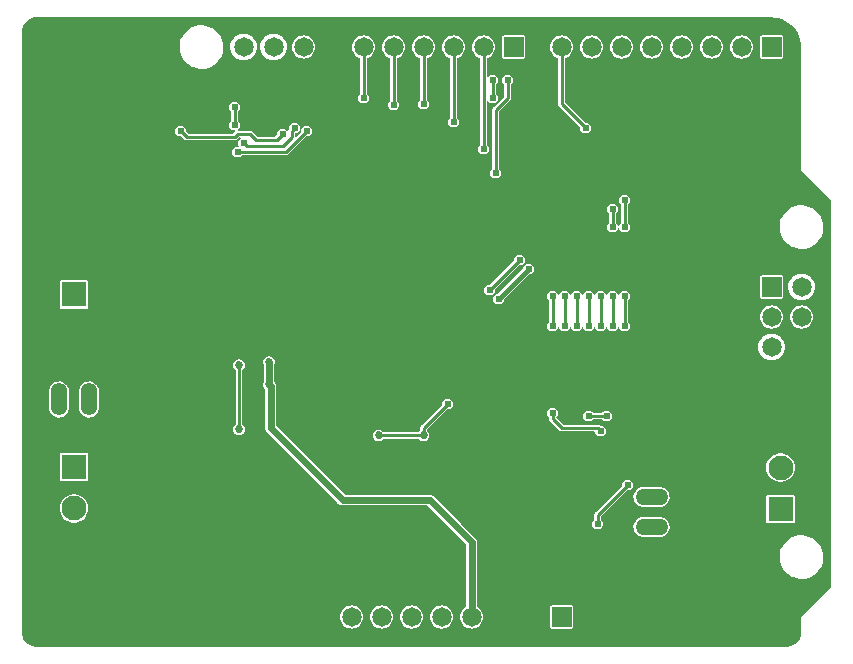
<source format=gbr>
%TF.GenerationSoftware,KiCad,Pcbnew,7.0.7*%
%TF.CreationDate,2023-09-23T12:37:50-04:00*%
%TF.ProjectId,gateway_r0,67617465-7761-4795-9f72-302e6b696361,rev?*%
%TF.SameCoordinates,Original*%
%TF.FileFunction,Copper,L2,Bot*%
%TF.FilePolarity,Positive*%
%FSLAX46Y46*%
G04 Gerber Fmt 4.6, Leading zero omitted, Abs format (unit mm)*
G04 Created by KiCad (PCBNEW 7.0.7) date 2023-09-23 12:37:50*
%MOMM*%
%LPD*%
G01*
G04 APERTURE LIST*
%TA.AperFunction,ComponentPad*%
%ADD10O,2.743200X1.371600*%
%TD*%
%TA.AperFunction,ComponentPad*%
%ADD11R,1.651000X1.651000*%
%TD*%
%TA.AperFunction,ComponentPad*%
%ADD12C,1.651000*%
%TD*%
%TA.AperFunction,ComponentPad*%
%ADD13R,2.100000X2.100000*%
%TD*%
%TA.AperFunction,ComponentPad*%
%ADD14C,2.100000*%
%TD*%
%TA.AperFunction,ComponentPad*%
%ADD15O,1.371600X2.743200*%
%TD*%
%TA.AperFunction,ViaPad*%
%ADD16C,0.685800*%
%TD*%
%TA.AperFunction,ViaPad*%
%ADD17C,0.904800*%
%TD*%
%TA.AperFunction,ViaPad*%
%ADD18C,0.609600*%
%TD*%
%TA.AperFunction,Conductor*%
%ADD19C,0.254000*%
%TD*%
%TA.AperFunction,Conductor*%
%ADD20C,0.609600*%
%TD*%
%TA.AperFunction,Conductor*%
%ADD21C,0.406400*%
%TD*%
G04 APERTURE END LIST*
D10*
%TO.P,JP7,1*%
%TO.N,CANH_0*%
X167620750Y-121443950D03*
%TO.P,JP7,2*%
%TO.N,N$15*%
X167620750Y-118903950D03*
%TD*%
D11*
%TO.P,JP3,33*%
%TO.N,MISO_A*%
X177780750Y-101123950D03*
D12*
%TO.P,JP3,34*%
%TO.N,SCK_A*%
X177780750Y-103663950D03*
%TO.P,JP3,35*%
%TO.N,N/C*%
X177780750Y-106203950D03*
%TO.P,JP3,36*%
%TO.N,GND*%
X180320750Y-106203950D03*
%TO.P,JP3,37*%
%TO.N,MOSI_A*%
X180320750Y-103663950D03*
%TO.P,JP3,38*%
%TO.N,N/C*%
X180320750Y-101123950D03*
%TD*%
D11*
%TO.P,JP2,1*%
%TO.N,IO0*%
X177780750Y-80803950D03*
D12*
%TO.P,JP2,2*%
%TO.N,IO1*%
X175240750Y-80803950D03*
%TO.P,JP2,3*%
%TO.N,IO2*%
X172700750Y-80803950D03*
%TO.P,JP2,4*%
%TO.N,IO3*%
X170160750Y-80803950D03*
%TO.P,JP2,5*%
%TO.N,164_CS*%
X167620750Y-80803950D03*
%TO.P,JP2,6*%
%TO.N,165_~{CS}*%
X165080750Y-80803950D03*
%TO.P,JP2,7*%
%TO.N,INT_1*%
X162540750Y-80803950D03*
%TO.P,JP2,8*%
%TO.N,INT_0*%
X160000750Y-80803950D03*
%TD*%
%TO.P,JP5,19*%
%TO.N,ADC6*%
X142220750Y-129063950D03*
%TO.P,JP5,20*%
%TO.N,ADC7*%
X144760750Y-129063950D03*
%TO.P,JP5,21*%
%TO.N,RST*%
X147300750Y-129063950D03*
%TO.P,JP5,22*%
%TO.N,+3V3*%
X149840750Y-129063950D03*
%TO.P,JP5,23*%
%TO.N,+5V*%
X152380750Y-129063950D03*
%TO.P,JP5,24*%
%TO.N,GND*%
X154920750Y-129063950D03*
%TO.P,JP5,25*%
X157460750Y-129063950D03*
D11*
%TO.P,JP5,26*%
%TO.N,VIN*%
X160000750Y-129063950D03*
%TD*%
D13*
%TO.P,CON2,P$1*%
%TO.N,CANH_1*%
X118725750Y-116363950D03*
D14*
%TO.P,CON2,P$2*%
%TO.N,CANL_1*%
X118725750Y-119863950D03*
%TD*%
D15*
%TO.P,JP6,1*%
%TO.N,CANH_1*%
X117455750Y-110648950D03*
%TO.P,JP6,2*%
%TO.N,N$2*%
X119995750Y-110648950D03*
%TD*%
D13*
%TO.P,CON3,P$1*%
%TO.N,CANH_0*%
X178542750Y-119919950D03*
D14*
%TO.P,CON3,P$2*%
%TO.N,CANL_0*%
X178542750Y-116419950D03*
%TD*%
D13*
%TO.P,CON1,P$1*%
%TO.N,V+*%
X118725750Y-101758950D03*
D14*
%TO.P,CON1,P$2*%
%TO.N,GND*%
X118725750Y-105258950D03*
%TD*%
D11*
%TO.P,JP1,9*%
%TO.N,LCD_~{CS}*%
X155936750Y-80803950D03*
D12*
%TO.P,JP1,10*%
%TO.N,CS_0*%
X153396750Y-80803950D03*
%TO.P,JP1,11*%
%TO.N,CS_1*%
X150856750Y-80803950D03*
%TO.P,JP1,12*%
%TO.N,MOSI_B*%
X148316750Y-80803950D03*
%TO.P,JP1,13*%
%TO.N,MISO_B*%
X145776750Y-80803950D03*
%TO.P,JP1,14*%
%TO.N,SCK_B*%
X143236750Y-80803950D03*
%TO.P,JP1,15*%
%TO.N,GND*%
X140696750Y-80803950D03*
%TO.P,JP1,16*%
%TO.N,REF*%
X138156750Y-80803950D03*
%TO.P,JP1,17*%
%TO.N,N/C*%
X135616750Y-80803950D03*
%TO.P,JP1,18*%
X133076750Y-80803950D03*
%TD*%
D16*
%TO.N,GND*%
X133965750Y-110648950D03*
D17*
X150094750Y-100615950D03*
D18*
X127996750Y-94011950D03*
D17*
X150094750Y-104425950D03*
X139934750Y-98710950D03*
D18*
X138156750Y-90709950D03*
D16*
X121900750Y-111918950D03*
X121900750Y-123348950D03*
D17*
X139934750Y-103790950D03*
D18*
X164318750Y-115093950D03*
D17*
X150094750Y-103155950D03*
X139934750Y-101250950D03*
D18*
X127234750Y-94011950D03*
D16*
X144760750Y-122078950D03*
D17*
X139934750Y-102520950D03*
X150094750Y-99345950D03*
D18*
X160254750Y-119411950D03*
D17*
X150094750Y-105695950D03*
D18*
X159238750Y-96551950D03*
X136124750Y-85883950D03*
D17*
X139934750Y-106330950D03*
D18*
X127996750Y-94773950D03*
X168382750Y-85121950D03*
D16*
X140188750Y-120173950D03*
D18*
X178542750Y-90709950D03*
D17*
X139934750Y-99980950D03*
D18*
X130790750Y-95535950D03*
D17*
X139934750Y-107600950D03*
X139934750Y-105060950D03*
X150094750Y-106965950D03*
D18*
X127234750Y-94773950D03*
D17*
X150094750Y-101885950D03*
X150094750Y-108235950D03*
D18*
%TO.N,MISO_A*%
X127742750Y-87915950D03*
X136378750Y-88169950D03*
%TO.N,MISO_B*%
X160254750Y-104425950D03*
X145776750Y-85706150D03*
X160254750Y-101885950D03*
%TO.N,MOSI_B*%
X161270750Y-101885950D03*
X148316750Y-85629950D03*
X161270750Y-104425950D03*
%TO.N,SCK_B*%
X162286750Y-101885950D03*
X143236750Y-85121950D03*
X162286750Y-104425950D03*
%TO.N,+5V*%
X157206750Y-99599950D03*
X154666750Y-102139950D03*
X163302750Y-113315950D03*
D16*
X135235750Y-109378950D03*
X135235750Y-107473950D03*
D18*
X159238750Y-111791950D03*
X152380750Y-123221950D03*
%TO.N,CANL_0*%
X165588750Y-117887950D03*
X163048750Y-121189950D03*
%TO.N,TX_CAN_0*%
X163810750Y-112045950D03*
X163302750Y-101885950D03*
X163302750Y-104425950D03*
X162286750Y-112045950D03*
%TO.N,RX_CAN_0*%
X164318750Y-96043950D03*
X164318750Y-101885950D03*
X164318750Y-104425950D03*
X164318750Y-94519950D03*
D16*
%TO.N,RX_CAN_1*%
X132695750Y-113188950D03*
X132695750Y-107727950D03*
D18*
%TO.N,INT_0*%
X165334750Y-104425950D03*
X165334750Y-101885950D03*
X162032750Y-87661950D03*
X165334750Y-96043950D03*
X165334750Y-93757950D03*
%TO.N,INT_1*%
X156444750Y-98837950D03*
D16*
X144506750Y-113696950D03*
D18*
X150348750Y-111029950D03*
X153904750Y-101377950D03*
X155428750Y-83597950D03*
D16*
X148316750Y-113696950D03*
D18*
X154412750Y-91471950D03*
%TO.N,165_~{CS}*%
X138410750Y-87915950D03*
X132568750Y-89693950D03*
%TO.N,164_CS*%
X154158750Y-83597950D03*
X133076750Y-88931950D03*
X137394750Y-87661950D03*
X154158750Y-85121950D03*
%TO.N,N$22*%
X132314750Y-85883950D03*
X132314750Y-87407950D03*
%TO.N,CS_0*%
X153396750Y-89439950D03*
%TO.N,CS_1*%
X159238750Y-101885950D03*
X150856750Y-87153950D03*
X159238750Y-104425950D03*
%TD*%
D19*
%TO.N,MISO_A*%
X133584750Y-88169950D02*
X132568750Y-88169950D01*
X134092750Y-88677950D02*
X133584750Y-88169950D01*
X132568750Y-88169950D02*
X132314750Y-88423950D01*
X128250750Y-88423950D02*
X127742750Y-87915950D01*
X132314750Y-88423950D02*
X128250750Y-88423950D01*
X135870750Y-88677950D02*
X134092750Y-88677950D01*
X136378750Y-88169950D02*
X135870750Y-88677950D01*
%TO.N,MISO_B*%
X160254750Y-104425950D02*
X160254750Y-101885950D01*
X145776750Y-80803950D02*
X145776750Y-85706150D01*
%TO.N,MOSI_B*%
X161270750Y-104425950D02*
X161270750Y-101885950D01*
X148316750Y-80803950D02*
X148316750Y-85629950D01*
%TO.N,SCK_B*%
X143236750Y-80803950D02*
X143236750Y-85121950D01*
X162286750Y-104425950D02*
X162286750Y-101885950D01*
D20*
%TO.N,+5V*%
X148824750Y-119157950D02*
X141458750Y-119157950D01*
X152380750Y-122713950D02*
X148824750Y-119157950D01*
X152380750Y-123221950D02*
X152380750Y-122713950D01*
D21*
X154666750Y-102139950D02*
X157206750Y-99599950D01*
D19*
X159238750Y-111791950D02*
X159238750Y-112299950D01*
D20*
X152380750Y-129063950D02*
X152380750Y-123221950D01*
X135362750Y-113061950D02*
X135362750Y-109505950D01*
X141458750Y-119157950D02*
X135362750Y-113061950D01*
D19*
X159238750Y-112299950D02*
X160000750Y-113061950D01*
D20*
X135235750Y-109378950D02*
X135235750Y-107473950D01*
D19*
X163048750Y-113061950D02*
X163302750Y-113315950D01*
D20*
X135362750Y-109505950D02*
X135235750Y-109378950D01*
D19*
X160000750Y-113061950D02*
X163048750Y-113061950D01*
%TO.N,CANL_0*%
X163048750Y-120427950D02*
X165588750Y-117887950D01*
X163048750Y-121189950D02*
X163048750Y-120427950D01*
%TO.N,TX_CAN_0*%
X163810750Y-112045950D02*
X162286750Y-112045950D01*
X163302750Y-104425950D02*
X163302750Y-101885950D01*
%TO.N,RX_CAN_0*%
X164318750Y-96043950D02*
X164318750Y-94519950D01*
X164318750Y-104425950D02*
X164318750Y-101885950D01*
%TO.N,RX_CAN_1*%
X132695750Y-113188950D02*
X132695750Y-107727950D01*
%TO.N,INT_0*%
X165334750Y-104425950D02*
X165334750Y-101885950D01*
X160000750Y-85629950D02*
X162032750Y-87661950D01*
X165334750Y-96043950D02*
X165334750Y-93757950D01*
X160000750Y-80803950D02*
X160000750Y-85629950D01*
%TO.N,INT_1*%
X155428750Y-83597950D02*
X155428750Y-85121950D01*
X148316750Y-113061950D02*
X150348750Y-111029950D01*
X144506750Y-113696950D02*
X148316750Y-113696950D01*
X153904750Y-101377950D02*
X156444750Y-98837950D01*
X148316750Y-113696950D02*
X148316750Y-113061950D01*
X154412750Y-91471950D02*
X154412750Y-86137950D01*
X155428750Y-85121950D02*
X154412750Y-86137950D01*
%TO.N,165_~{CS}*%
X132568750Y-89693950D02*
X136632750Y-89693950D01*
X136632750Y-89693950D02*
X138410750Y-87915950D01*
%TO.N,164_CS*%
X137140750Y-88423950D02*
X137140750Y-87915950D01*
X133330750Y-89185950D02*
X136378750Y-89185950D01*
X154158750Y-83597950D02*
X154158750Y-85121950D01*
X133076750Y-88931950D02*
X133330750Y-89185950D01*
X137140750Y-87915950D02*
X137394750Y-87661950D01*
X136378750Y-89185950D02*
X137140750Y-88423950D01*
%TO.N,N$22*%
X132314750Y-85883950D02*
X132314750Y-87407950D01*
%TO.N,CS_0*%
X153396750Y-80803950D02*
X153396750Y-89439950D01*
%TO.N,CS_1*%
X150856750Y-80803950D02*
X150856750Y-87153950D01*
X159238750Y-104425950D02*
X159238750Y-101885950D01*
%TD*%
%TA.AperFunction,Conductor*%
%TO.N,GND*%
G36*
X177781690Y-78289507D02*
G01*
X177804520Y-78290888D01*
X178081961Y-78307675D01*
X178085680Y-78308126D01*
X178380646Y-78362185D01*
X178384305Y-78363087D01*
X178560855Y-78418104D01*
X178670590Y-78452301D01*
X178674121Y-78453640D01*
X178947564Y-78576710D01*
X178950902Y-78578461D01*
X179075759Y-78653941D01*
X179207516Y-78733592D01*
X179210625Y-78735738D01*
X179446670Y-78920669D01*
X179449488Y-78923165D01*
X179661533Y-79135210D01*
X179664030Y-79138029D01*
X179848961Y-79374074D01*
X179851107Y-79377183D01*
X180006234Y-79633790D01*
X180007989Y-79637135D01*
X180131059Y-79910578D01*
X180132398Y-79914109D01*
X180221611Y-80200391D01*
X180222515Y-80204059D01*
X180276570Y-80499001D01*
X180277025Y-80502750D01*
X180295193Y-80803007D01*
X180295250Y-80804895D01*
X180295250Y-91200447D01*
X180293149Y-91211012D01*
X180293149Y-91217949D01*
X180293149Y-91217950D01*
X180295250Y-91223022D01*
X180301233Y-91237466D01*
X180301233Y-91237467D01*
X180306144Y-91242379D01*
X180315096Y-91248359D01*
X182816944Y-93750206D01*
X182835250Y-93794400D01*
X182835250Y-126487498D01*
X182816944Y-126531692D01*
X180315092Y-129033543D01*
X180306140Y-129039525D01*
X180301232Y-129044433D01*
X180296783Y-129055172D01*
X180296778Y-129055188D01*
X180293149Y-129063950D01*
X180293149Y-129070894D01*
X180295250Y-129081454D01*
X180295250Y-130325671D01*
X180295249Y-130332725D01*
X180295153Y-130335171D01*
X180280320Y-130523737D01*
X180278785Y-130533425D01*
X180235499Y-130713743D01*
X180232469Y-130723070D01*
X180161504Y-130894405D01*
X180157051Y-130903145D01*
X180060157Y-131061265D01*
X180054393Y-131069199D01*
X179933954Y-131210218D01*
X179927018Y-131217154D01*
X179785999Y-131337593D01*
X179778065Y-131343357D01*
X179619945Y-131440251D01*
X179611205Y-131444704D01*
X179439870Y-131515669D01*
X179430543Y-131518699D01*
X179250225Y-131561985D01*
X179240538Y-131563519D01*
X179051970Y-131578354D01*
X179049518Y-131578450D01*
X115551982Y-131578450D01*
X115549530Y-131578354D01*
X115360961Y-131563520D01*
X115351274Y-131561985D01*
X115170956Y-131518699D01*
X115161629Y-131515669D01*
X114990294Y-131444704D01*
X114981554Y-131440251D01*
X114823434Y-131343357D01*
X114815500Y-131337593D01*
X114752367Y-131283674D01*
X114674475Y-131217148D01*
X114667551Y-131210224D01*
X114547106Y-131069199D01*
X114541342Y-131061265D01*
X114444448Y-130903145D01*
X114439995Y-130894405D01*
X114369030Y-130723070D01*
X114366000Y-130713743D01*
X114336116Y-130589254D01*
X114322712Y-130533417D01*
X114321180Y-130523744D01*
X114306346Y-130335168D01*
X114306250Y-130332717D01*
X114306250Y-129063950D01*
X141237616Y-129063950D01*
X141256506Y-129255748D01*
X141312455Y-129440184D01*
X141403300Y-129610144D01*
X141403304Y-129610150D01*
X141525569Y-129759131D01*
X141674550Y-129881396D01*
X141674552Y-129881397D01*
X141674555Y-129881399D01*
X141844515Y-129972244D01*
X141844521Y-129972247D01*
X142028950Y-130028193D01*
X142082609Y-130033478D01*
X142220749Y-130047084D01*
X142220749Y-130047083D01*
X142220750Y-130047084D01*
X142412550Y-130028193D01*
X142596979Y-129972247D01*
X142766950Y-129881396D01*
X142915931Y-129759131D01*
X143038196Y-129610150D01*
X143129047Y-129440179D01*
X143184993Y-129255750D01*
X143203884Y-129063950D01*
X143777616Y-129063950D01*
X143796506Y-129255748D01*
X143852455Y-129440184D01*
X143943300Y-129610144D01*
X143943304Y-129610150D01*
X144065569Y-129759131D01*
X144214550Y-129881396D01*
X144214552Y-129881397D01*
X144214555Y-129881399D01*
X144384515Y-129972244D01*
X144384521Y-129972247D01*
X144568950Y-130028193D01*
X144622609Y-130033478D01*
X144760749Y-130047084D01*
X144760749Y-130047083D01*
X144760750Y-130047084D01*
X144952550Y-130028193D01*
X145136979Y-129972247D01*
X145306950Y-129881396D01*
X145455931Y-129759131D01*
X145578196Y-129610150D01*
X145669047Y-129440179D01*
X145724993Y-129255750D01*
X145743884Y-129063950D01*
X146317616Y-129063950D01*
X146336506Y-129255748D01*
X146392455Y-129440184D01*
X146483300Y-129610144D01*
X146483304Y-129610150D01*
X146605569Y-129759131D01*
X146754550Y-129881396D01*
X146754552Y-129881397D01*
X146754555Y-129881399D01*
X146924515Y-129972244D01*
X146924521Y-129972247D01*
X147108950Y-130028193D01*
X147300750Y-130047084D01*
X147492550Y-130028193D01*
X147676979Y-129972247D01*
X147846950Y-129881396D01*
X147995931Y-129759131D01*
X148118196Y-129610150D01*
X148209047Y-129440179D01*
X148264993Y-129255750D01*
X148283884Y-129063950D01*
X148857616Y-129063950D01*
X148876506Y-129255748D01*
X148932455Y-129440184D01*
X149023300Y-129610144D01*
X149023304Y-129610150D01*
X149145569Y-129759131D01*
X149294550Y-129881396D01*
X149294552Y-129881397D01*
X149294555Y-129881399D01*
X149464515Y-129972244D01*
X149464521Y-129972247D01*
X149648950Y-130028193D01*
X149840750Y-130047084D01*
X150032550Y-130028193D01*
X150216979Y-129972247D01*
X150386950Y-129881396D01*
X150535931Y-129759131D01*
X150658196Y-129610150D01*
X150749047Y-129440179D01*
X150804993Y-129255750D01*
X150823884Y-129063950D01*
X150823019Y-129055172D01*
X150804993Y-128872151D01*
X150804993Y-128872150D01*
X150749047Y-128687721D01*
X150658196Y-128517750D01*
X150535931Y-128368769D01*
X150386950Y-128246504D01*
X150386944Y-128246500D01*
X150216984Y-128155655D01*
X150216981Y-128155654D01*
X150216979Y-128155653D01*
X150115302Y-128124809D01*
X150032548Y-128099706D01*
X149840750Y-128080816D01*
X149648951Y-128099706D01*
X149502370Y-128144171D01*
X149464521Y-128155653D01*
X149464520Y-128155653D01*
X149464515Y-128155655D01*
X149294555Y-128246500D01*
X149294549Y-128246504D01*
X149145569Y-128368769D01*
X149023304Y-128517749D01*
X149023300Y-128517755D01*
X148932455Y-128687715D01*
X148876506Y-128872151D01*
X148857616Y-129063949D01*
X148857616Y-129063950D01*
X148283884Y-129063950D01*
X148283019Y-129055172D01*
X148264993Y-128872151D01*
X148264993Y-128872150D01*
X148209047Y-128687721D01*
X148118196Y-128517750D01*
X147995931Y-128368769D01*
X147846950Y-128246504D01*
X147846944Y-128246500D01*
X147676984Y-128155655D01*
X147676981Y-128155654D01*
X147676979Y-128155653D01*
X147575302Y-128124809D01*
X147492548Y-128099706D01*
X147300750Y-128080816D01*
X147108951Y-128099706D01*
X146962370Y-128144171D01*
X146924521Y-128155653D01*
X146924520Y-128155653D01*
X146924515Y-128155655D01*
X146754555Y-128246500D01*
X146754549Y-128246504D01*
X146605569Y-128368769D01*
X146483304Y-128517749D01*
X146483300Y-128517755D01*
X146392455Y-128687715D01*
X146336506Y-128872151D01*
X146317616Y-129063949D01*
X146317616Y-129063950D01*
X145743884Y-129063950D01*
X145743019Y-129055172D01*
X145724993Y-128872151D01*
X145724993Y-128872150D01*
X145669047Y-128687721D01*
X145578196Y-128517750D01*
X145455931Y-128368769D01*
X145306950Y-128246504D01*
X145306944Y-128246500D01*
X145136984Y-128155655D01*
X145136981Y-128155654D01*
X145136979Y-128155653D01*
X145035302Y-128124809D01*
X144952548Y-128099706D01*
X144760750Y-128080816D01*
X144568951Y-128099706D01*
X144422370Y-128144171D01*
X144384521Y-128155653D01*
X144384520Y-128155653D01*
X144384515Y-128155655D01*
X144214555Y-128246500D01*
X144214549Y-128246504D01*
X144065569Y-128368769D01*
X143943304Y-128517749D01*
X143943300Y-128517755D01*
X143852455Y-128687715D01*
X143796506Y-128872151D01*
X143777616Y-129063949D01*
X143777616Y-129063950D01*
X143203884Y-129063950D01*
X143203019Y-129055172D01*
X143184993Y-128872151D01*
X143184993Y-128872150D01*
X143129047Y-128687721D01*
X143038196Y-128517750D01*
X142915931Y-128368769D01*
X142766950Y-128246504D01*
X142766944Y-128246500D01*
X142596984Y-128155655D01*
X142596981Y-128155654D01*
X142596979Y-128155653D01*
X142495302Y-128124809D01*
X142412548Y-128099706D01*
X142220750Y-128080816D01*
X142028951Y-128099706D01*
X141882370Y-128144171D01*
X141844521Y-128155653D01*
X141844520Y-128155653D01*
X141844515Y-128155655D01*
X141674555Y-128246500D01*
X141674549Y-128246504D01*
X141525569Y-128368769D01*
X141403304Y-128517749D01*
X141403300Y-128517755D01*
X141312455Y-128687715D01*
X141256506Y-128872151D01*
X141237616Y-129063949D01*
X141237616Y-129063950D01*
X114306250Y-129063950D01*
X114306250Y-119863953D01*
X117517697Y-119863953D01*
X117538264Y-120085921D01*
X117538266Y-120085932D01*
X117584486Y-120248375D01*
X117599274Y-120300349D01*
X117698643Y-120499908D01*
X117698644Y-120499909D01*
X117698646Y-120499913D01*
X117832979Y-120677800D01*
X117832984Y-120677805D01*
X117832988Y-120677810D01*
X117997734Y-120827996D01*
X117997733Y-120827996D01*
X118187270Y-120945353D01*
X118187271Y-120945354D01*
X118187274Y-120945355D01*
X118395151Y-121025886D01*
X118614285Y-121066850D01*
X118614288Y-121066850D01*
X118837212Y-121066850D01*
X118837215Y-121066850D01*
X119056349Y-121025886D01*
X119264226Y-120945355D01*
X119453765Y-120827997D01*
X119618512Y-120677810D01*
X119643692Y-120644467D01*
X119752853Y-120499913D01*
X119752852Y-120499913D01*
X119752857Y-120499908D01*
X119852226Y-120300349D01*
X119913234Y-120085929D01*
X119933803Y-119863950D01*
X119921193Y-119727869D01*
X119913235Y-119641978D01*
X119913233Y-119641967D01*
X119894174Y-119574982D01*
X119852226Y-119427551D01*
X119752857Y-119227992D01*
X119752854Y-119227988D01*
X119752853Y-119227986D01*
X119618520Y-119050099D01*
X119618515Y-119050094D01*
X119618512Y-119050090D01*
X119453765Y-118899903D01*
X119453766Y-118899903D01*
X119264229Y-118782546D01*
X119264228Y-118782545D01*
X119059281Y-118703150D01*
X119056349Y-118702014D01*
X119056348Y-118702013D01*
X119056346Y-118702013D01*
X118837217Y-118661050D01*
X118837215Y-118661050D01*
X118614285Y-118661050D01*
X118614282Y-118661050D01*
X118395153Y-118702013D01*
X118187271Y-118782545D01*
X118187270Y-118782546D01*
X117997733Y-118899903D01*
X117847545Y-119036818D01*
X117843585Y-119040430D01*
X117832986Y-119050092D01*
X117832979Y-119050099D01*
X117698646Y-119227986D01*
X117698643Y-119227992D01*
X117599274Y-119427550D01*
X117538266Y-119641967D01*
X117538264Y-119641978D01*
X117517697Y-119863946D01*
X117517697Y-119863953D01*
X114306250Y-119863953D01*
X114306250Y-117429004D01*
X117522850Y-117429004D01*
X117522851Y-117429008D01*
X117531721Y-117473606D01*
X117531722Y-117473608D01*
X117565516Y-117524184D01*
X117616092Y-117557978D01*
X117660693Y-117566850D01*
X119790806Y-117566849D01*
X119835408Y-117557978D01*
X119885984Y-117524184D01*
X119919778Y-117473608D01*
X119928650Y-117429007D01*
X119928649Y-115298894D01*
X119919778Y-115254292D01*
X119885984Y-115203716D01*
X119835408Y-115169922D01*
X119835407Y-115169921D01*
X119799678Y-115162814D01*
X119790807Y-115161050D01*
X119790806Y-115161050D01*
X117660695Y-115161050D01*
X117660691Y-115161051D01*
X117616093Y-115169921D01*
X117616092Y-115169922D01*
X117565516Y-115203716D01*
X117531721Y-115254292D01*
X117522850Y-115298893D01*
X117522850Y-117429004D01*
X114306250Y-117429004D01*
X114306250Y-113188949D01*
X132194852Y-113188949D01*
X132215141Y-113330067D01*
X132215142Y-113330070D01*
X132274367Y-113459754D01*
X132274370Y-113459759D01*
X132357616Y-113555829D01*
X132367732Y-113567503D01*
X132487669Y-113644583D01*
X132624462Y-113684749D01*
X132624464Y-113684750D01*
X132624465Y-113684750D01*
X132767036Y-113684750D01*
X132767036Y-113684749D01*
X132903831Y-113644583D01*
X133023768Y-113567503D01*
X133117132Y-113459756D01*
X133176358Y-113330069D01*
X133196648Y-113188950D01*
X133176358Y-113047831D01*
X133117132Y-112918144D01*
X133097365Y-112895332D01*
X133023769Y-112810398D01*
X133023768Y-112810397D01*
X133013875Y-112804039D01*
X133004356Y-112797921D01*
X132977077Y-112758626D01*
X132975649Y-112745344D01*
X132975649Y-109378949D01*
X134734852Y-109378949D01*
X134755141Y-109520067D01*
X134755142Y-109520070D01*
X134795716Y-109608914D01*
X134814368Y-109649756D01*
X134852503Y-109693766D01*
X134889784Y-109736789D01*
X134905050Y-109777718D01*
X134905050Y-113034485D01*
X134904853Y-113037986D01*
X134900203Y-113079255D01*
X134911438Y-113138636D01*
X134920443Y-113198383D01*
X134920662Y-113198836D01*
X134925760Y-113214326D01*
X134925855Y-113214826D01*
X134925855Y-113214827D01*
X134925856Y-113214828D01*
X134925856Y-113214830D01*
X134954089Y-113268249D01*
X134980307Y-113322690D01*
X134980310Y-113322696D01*
X134980653Y-113323065D01*
X134990086Y-113336360D01*
X134990322Y-113336806D01*
X134990328Y-113336815D01*
X135033057Y-113379544D01*
X135074152Y-113423833D01*
X135074155Y-113423836D01*
X135074589Y-113424086D01*
X135087532Y-113434018D01*
X141115680Y-119462165D01*
X141118016Y-119464778D01*
X141143918Y-119497258D01*
X141193854Y-119531304D01*
X141193855Y-119531304D01*
X141242462Y-119567178D01*
X141242463Y-119567179D01*
X141242464Y-119567179D01*
X141242465Y-119567180D01*
X141242934Y-119567344D01*
X141257506Y-119574700D01*
X141257919Y-119574982D01*
X141315649Y-119592788D01*
X141315650Y-119592789D01*
X141372697Y-119612751D01*
X141373194Y-119612769D01*
X141389287Y-119615503D01*
X141389763Y-119615650D01*
X141389765Y-119615650D01*
X141450175Y-119615650D01*
X141510575Y-119617910D01*
X141510579Y-119617909D01*
X141510581Y-119617909D01*
X141511059Y-119617781D01*
X141527239Y-119615650D01*
X148609276Y-119615650D01*
X148653470Y-119633956D01*
X151904744Y-122885229D01*
X151923050Y-122929423D01*
X151923050Y-123184740D01*
X151922414Y-123193634D01*
X151918343Y-123221949D01*
X151922414Y-123250263D01*
X151923050Y-123259158D01*
X151923050Y-128161737D01*
X151904744Y-128205931D01*
X151890013Y-128216856D01*
X151834559Y-128246497D01*
X151834549Y-128246504D01*
X151685569Y-128368769D01*
X151563304Y-128517749D01*
X151563300Y-128517755D01*
X151472455Y-128687715D01*
X151416506Y-128872151D01*
X151397616Y-129063949D01*
X151397616Y-129063950D01*
X151416506Y-129255748D01*
X151472455Y-129440184D01*
X151563300Y-129610144D01*
X151563304Y-129610150D01*
X151685569Y-129759131D01*
X151834550Y-129881396D01*
X151834552Y-129881397D01*
X151834555Y-129881399D01*
X152004515Y-129972244D01*
X152004521Y-129972247D01*
X152188950Y-130028193D01*
X152242609Y-130033478D01*
X152380749Y-130047084D01*
X152380749Y-130047083D01*
X152380750Y-130047084D01*
X152572550Y-130028193D01*
X152756979Y-129972247D01*
X152883718Y-129904504D01*
X159022350Y-129904504D01*
X159022351Y-129904508D01*
X159031221Y-129949106D01*
X159031222Y-129949108D01*
X159065016Y-129999684D01*
X159115592Y-130033478D01*
X159160193Y-130042350D01*
X160841306Y-130042349D01*
X160885908Y-130033478D01*
X160936484Y-129999684D01*
X160970278Y-129949108D01*
X160979150Y-129904507D01*
X160979149Y-128223394D01*
X160970278Y-128178792D01*
X160936484Y-128128216D01*
X160885908Y-128094422D01*
X160885907Y-128094421D01*
X160850177Y-128087314D01*
X160841307Y-128085550D01*
X160841306Y-128085550D01*
X159160195Y-128085550D01*
X159160191Y-128085551D01*
X159115593Y-128094421D01*
X159115592Y-128094422D01*
X159065016Y-128128216D01*
X159031221Y-128178792D01*
X159022350Y-128223393D01*
X159022350Y-129904504D01*
X152883718Y-129904504D01*
X152926950Y-129881396D01*
X153075931Y-129759131D01*
X153198196Y-129610150D01*
X153289047Y-129440179D01*
X153344993Y-129255750D01*
X153363884Y-129063950D01*
X153363019Y-129055172D01*
X153344993Y-128872151D01*
X153344993Y-128872150D01*
X153289047Y-128687721D01*
X153198196Y-128517750D01*
X153075931Y-128368769D01*
X152926950Y-128246504D01*
X152926940Y-128246497D01*
X152871487Y-128216856D01*
X152841141Y-128179879D01*
X152838450Y-128161737D01*
X152838450Y-124051718D01*
X178466337Y-124051718D01*
X178481212Y-124186905D01*
X178495967Y-124321004D01*
X178564489Y-124583103D01*
X178670442Y-124832432D01*
X178789968Y-125028282D01*
X178811570Y-125063678D01*
X178984859Y-125271907D01*
X178984873Y-125271921D01*
X179186615Y-125452682D01*
X179186620Y-125452686D01*
X179186625Y-125452690D01*
X179305835Y-125531558D01*
X179412565Y-125602170D01*
X179544770Y-125664145D01*
X179657854Y-125717157D01*
X179917276Y-125795205D01*
X180185296Y-125834650D01*
X180185297Y-125834650D01*
X180388388Y-125834650D01*
X180590926Y-125819826D01*
X180590928Y-125819825D01*
X180590935Y-125819825D01*
X180855361Y-125760922D01*
X181108393Y-125664145D01*
X181344638Y-125531558D01*
X181559060Y-125365987D01*
X181747090Y-125170959D01*
X181904720Y-124950633D01*
X182028590Y-124709703D01*
X182116061Y-124453306D01*
X182165268Y-124186905D01*
X182175162Y-123916178D01*
X182145533Y-123646896D01*
X182077011Y-123384797D01*
X181971058Y-123135468D01*
X181829931Y-122904224D01*
X181814123Y-122885229D01*
X181656640Y-122695992D01*
X181656626Y-122695978D01*
X181454884Y-122515217D01*
X181454877Y-122515212D01*
X181454875Y-122515210D01*
X181361156Y-122453206D01*
X181228934Y-122365729D01*
X180983649Y-122250744D01*
X180983644Y-122250742D01*
X180724233Y-122172697D01*
X180724219Y-122172694D01*
X180456210Y-122133250D01*
X180456204Y-122133250D01*
X180253118Y-122133250D01*
X180253112Y-122133250D01*
X180050573Y-122148073D01*
X179786136Y-122206978D01*
X179533105Y-122303755D01*
X179296859Y-122436343D01*
X179082441Y-122601912D01*
X179082432Y-122601919D01*
X178894412Y-122796937D01*
X178894405Y-122796946D01*
X178736778Y-123017268D01*
X178612909Y-123258198D01*
X178612906Y-123258204D01*
X178525442Y-123514581D01*
X178525437Y-123514602D01*
X178476233Y-123780986D01*
X178476231Y-123781007D01*
X178466337Y-124051718D01*
X152838450Y-124051718D01*
X152838450Y-123259158D01*
X152839086Y-123250263D01*
X152843157Y-123221950D01*
X152839086Y-123193634D01*
X152838450Y-123184740D01*
X152838450Y-122741414D01*
X152838647Y-122737913D01*
X152839726Y-122728329D01*
X152843297Y-122696643D01*
X152832061Y-122637263D01*
X152823056Y-122577517D01*
X152822839Y-122577067D01*
X152817735Y-122561552D01*
X152817645Y-122561074D01*
X152789410Y-122507650D01*
X152763191Y-122453206D01*
X152763188Y-122453203D01*
X152763188Y-122453202D01*
X152762846Y-122452834D01*
X152753408Y-122439530D01*
X152753176Y-122439091D01*
X152753175Y-122439090D01*
X152753174Y-122439088D01*
X152710441Y-122396355D01*
X152669345Y-122352064D01*
X152668904Y-122351809D01*
X152655966Y-122341880D01*
X151504035Y-121189949D01*
X162586343Y-121189949D01*
X162605073Y-121320223D01*
X162605074Y-121320226D01*
X162659747Y-121439945D01*
X162659751Y-121439951D01*
X162745937Y-121539413D01*
X162745939Y-121539415D01*
X162809760Y-121580430D01*
X162856659Y-121610570D01*
X162982940Y-121647649D01*
X162982942Y-121647650D01*
X162982943Y-121647650D01*
X163114558Y-121647650D01*
X163114558Y-121647649D01*
X163240841Y-121610570D01*
X163351562Y-121539414D01*
X163437752Y-121439946D01*
X163456782Y-121398276D01*
X166092541Y-121398276D01*
X166102418Y-121580430D01*
X166102418Y-121580434D01*
X166102419Y-121580437D01*
X166127188Y-121669649D01*
X166151223Y-121756216D01*
X166151225Y-121756220D01*
X166195175Y-121839118D01*
X166236674Y-121917393D01*
X166354776Y-122056432D01*
X166500006Y-122166833D01*
X166500009Y-122166835D01*
X166665566Y-122243430D01*
X166665569Y-122243431D01*
X166665573Y-122243433D01*
X166843736Y-122282650D01*
X166843739Y-122282650D01*
X168352014Y-122282650D01*
X168352018Y-122282650D01*
X168487909Y-122267871D01*
X168660787Y-122209621D01*
X168817102Y-122115570D01*
X168949544Y-121990114D01*
X169051921Y-121839120D01*
X169119444Y-121669649D01*
X169148958Y-121489624D01*
X169146264Y-121439946D01*
X169139081Y-121307469D01*
X169139081Y-121307463D01*
X169090277Y-121131685D01*
X169085592Y-121122849D01*
X169046324Y-121048781D01*
X169012512Y-120985004D01*
X177339850Y-120985004D01*
X177339851Y-120985008D01*
X177348721Y-121029606D01*
X177348722Y-121029608D01*
X177382516Y-121080184D01*
X177433092Y-121113978D01*
X177477693Y-121122850D01*
X179607806Y-121122849D01*
X179652408Y-121113978D01*
X179702984Y-121080184D01*
X179736778Y-121029608D01*
X179745650Y-120985007D01*
X179745649Y-118854894D01*
X179736778Y-118810292D01*
X179702984Y-118759716D01*
X179652408Y-118725922D01*
X179652407Y-118725921D01*
X179616678Y-118718814D01*
X179607807Y-118717050D01*
X179607806Y-118717050D01*
X177477695Y-118717050D01*
X177477691Y-118717051D01*
X177433093Y-118725921D01*
X177433092Y-118725922D01*
X177382516Y-118759716D01*
X177348721Y-118810292D01*
X177339850Y-118854892D01*
X177339850Y-120985004D01*
X169012512Y-120985004D01*
X169004826Y-120970507D01*
X168886724Y-120831468D01*
X168741494Y-120721067D01*
X168741493Y-120721066D01*
X168741490Y-120721064D01*
X168575933Y-120644469D01*
X168575928Y-120644467D01*
X168531386Y-120634662D01*
X168397764Y-120605250D01*
X166889482Y-120605250D01*
X166889481Y-120605250D01*
X166753590Y-120620029D01*
X166753585Y-120620030D01*
X166580714Y-120678278D01*
X166424399Y-120772328D01*
X166291952Y-120897790D01*
X166189579Y-121048777D01*
X166189577Y-121048781D01*
X166122058Y-121218243D01*
X166122057Y-121218248D01*
X166122056Y-121218251D01*
X166092542Y-121398276D01*
X166092541Y-121398276D01*
X163456782Y-121398276D01*
X163492426Y-121320225D01*
X163511157Y-121189950D01*
X163492426Y-121059675D01*
X163437752Y-120939954D01*
X163437748Y-120939948D01*
X163351565Y-120840490D01*
X163351562Y-120840486D01*
X163351555Y-120840481D01*
X163350221Y-120839325D01*
X163349762Y-120838409D01*
X163348635Y-120837108D01*
X163348967Y-120836820D01*
X163328809Y-120796549D01*
X163328650Y-120792090D01*
X163328650Y-120569776D01*
X163346956Y-120525582D01*
X165014263Y-118858276D01*
X166092541Y-118858276D01*
X166102418Y-119040430D01*
X166102418Y-119040434D01*
X166102419Y-119040437D01*
X166105100Y-119050092D01*
X166151223Y-119216216D01*
X166151225Y-119216220D01*
X166195175Y-119299118D01*
X166236674Y-119377393D01*
X166354776Y-119516432D01*
X166488267Y-119617909D01*
X166500009Y-119626835D01*
X166665566Y-119703430D01*
X166665569Y-119703431D01*
X166665573Y-119703433D01*
X166843736Y-119742650D01*
X166843739Y-119742650D01*
X168352014Y-119742650D01*
X168352018Y-119742650D01*
X168487909Y-119727871D01*
X168660787Y-119669621D01*
X168817102Y-119575570D01*
X168949544Y-119450114D01*
X169051921Y-119299120D01*
X169119444Y-119129649D01*
X169148958Y-118949624D01*
X169139081Y-118767463D01*
X169090277Y-118591685D01*
X169004826Y-118430507D01*
X168886724Y-118291468D01*
X168741494Y-118181067D01*
X168741493Y-118181066D01*
X168741490Y-118181064D01*
X168575933Y-118104469D01*
X168575928Y-118104467D01*
X168531386Y-118094662D01*
X168397764Y-118065250D01*
X166889482Y-118065250D01*
X166889481Y-118065250D01*
X166753590Y-118080029D01*
X166753585Y-118080030D01*
X166580714Y-118138278D01*
X166424399Y-118232328D01*
X166291952Y-118357790D01*
X166189579Y-118508777D01*
X166189577Y-118508781D01*
X166122058Y-118678243D01*
X166122057Y-118678248D01*
X166122056Y-118678251D01*
X166092542Y-118858276D01*
X166092541Y-118858276D01*
X165014263Y-118858276D01*
X165508583Y-118363956D01*
X165552777Y-118345650D01*
X165654558Y-118345650D01*
X165654558Y-118345649D01*
X165780841Y-118308570D01*
X165891562Y-118237414D01*
X165953845Y-118165535D01*
X165977748Y-118137951D01*
X165977749Y-118137949D01*
X165977752Y-118137946D01*
X166032426Y-118018225D01*
X166051157Y-117887950D01*
X166032426Y-117757675D01*
X165977752Y-117637954D01*
X165977748Y-117637948D01*
X165891562Y-117538486D01*
X165891560Y-117538484D01*
X165780845Y-117467332D01*
X165780836Y-117467328D01*
X165654559Y-117430250D01*
X165654557Y-117430250D01*
X165522943Y-117430250D01*
X165522941Y-117430250D01*
X165396663Y-117467328D01*
X165396654Y-117467332D01*
X165285939Y-117538484D01*
X165285937Y-117538486D01*
X165199751Y-117637948D01*
X165199747Y-117637954D01*
X165145074Y-117757673D01*
X165145073Y-117757676D01*
X165126343Y-117887951D01*
X165130258Y-117915185D01*
X165118427Y-117961534D01*
X165112588Y-117968272D01*
X162890324Y-120190536D01*
X162881512Y-120196879D01*
X162881773Y-120197225D01*
X162877150Y-120200716D01*
X162846748Y-120234065D01*
X162845753Y-120235108D01*
X162832492Y-120248369D01*
X162832487Y-120248375D01*
X162830038Y-120251950D01*
X162827351Y-120255341D01*
X162806653Y-120278046D01*
X162806652Y-120278049D01*
X162802101Y-120289796D01*
X162795387Y-120302535D01*
X162788264Y-120312934D01*
X162788263Y-120312935D01*
X162781230Y-120342839D01*
X162779948Y-120346978D01*
X162768850Y-120375627D01*
X162768850Y-120388227D01*
X162767190Y-120402536D01*
X162764306Y-120414798D01*
X162768550Y-120445225D01*
X162768850Y-120449548D01*
X162768850Y-120792090D01*
X162750544Y-120836284D01*
X162747279Y-120839325D01*
X162745940Y-120840484D01*
X162745938Y-120840486D01*
X162745936Y-120840488D01*
X162745934Y-120840490D01*
X162659751Y-120939948D01*
X162659747Y-120939954D01*
X162605074Y-121059673D01*
X162605073Y-121059676D01*
X162586343Y-121189949D01*
X151504035Y-121189949D01*
X149167818Y-118853733D01*
X149165481Y-118851118D01*
X149139584Y-118818644D01*
X149139578Y-118818639D01*
X149089644Y-118784595D01*
X149041034Y-118748719D01*
X149040550Y-118748550D01*
X149026003Y-118741206D01*
X149025581Y-118740918D01*
X148967835Y-118723106D01*
X148950530Y-118717051D01*
X148910803Y-118703150D01*
X148910800Y-118703149D01*
X148910799Y-118703149D01*
X148910290Y-118703130D01*
X148894227Y-118700401D01*
X148893739Y-118700250D01*
X148893737Y-118700250D01*
X148833313Y-118700250D01*
X148772925Y-118697990D01*
X148772919Y-118697990D01*
X148772441Y-118698119D01*
X148756261Y-118700250D01*
X141674224Y-118700250D01*
X141630030Y-118681944D01*
X139368039Y-116419953D01*
X177334697Y-116419953D01*
X177355264Y-116641921D01*
X177355266Y-116641932D01*
X177416274Y-116856348D01*
X177416274Y-116856349D01*
X177515643Y-117055908D01*
X177515644Y-117055909D01*
X177515646Y-117055913D01*
X177649979Y-117233800D01*
X177649984Y-117233805D01*
X177649988Y-117233810D01*
X177814734Y-117383996D01*
X177814733Y-117383996D01*
X178004270Y-117501353D01*
X178004271Y-117501354D01*
X178004274Y-117501355D01*
X178212151Y-117581886D01*
X178431285Y-117622850D01*
X178431288Y-117622850D01*
X178654212Y-117622850D01*
X178654215Y-117622850D01*
X178873349Y-117581886D01*
X179081226Y-117501355D01*
X179270765Y-117383997D01*
X179435512Y-117233810D01*
X179569857Y-117055908D01*
X179669226Y-116856349D01*
X179730234Y-116641929D01*
X179750803Y-116419950D01*
X179730234Y-116197971D01*
X179669226Y-115983551D01*
X179569857Y-115783992D01*
X179569854Y-115783988D01*
X179569853Y-115783986D01*
X179435520Y-115606099D01*
X179435515Y-115606094D01*
X179435512Y-115606090D01*
X179270765Y-115455903D01*
X179270766Y-115455903D01*
X179081229Y-115338546D01*
X179081228Y-115338545D01*
X178873346Y-115258013D01*
X178654217Y-115217050D01*
X178654215Y-115217050D01*
X178431285Y-115217050D01*
X178431282Y-115217050D01*
X178212153Y-115258013D01*
X178004271Y-115338545D01*
X178004270Y-115338546D01*
X177814733Y-115455903D01*
X177649986Y-115606092D01*
X177649979Y-115606099D01*
X177515646Y-115783986D01*
X177515643Y-115783992D01*
X177416274Y-115983550D01*
X177355266Y-116197967D01*
X177355264Y-116197978D01*
X177334697Y-116419946D01*
X177334697Y-116419953D01*
X139368039Y-116419953D01*
X136645035Y-113696949D01*
X144005852Y-113696949D01*
X144026141Y-113838067D01*
X144026142Y-113838070D01*
X144085367Y-113967754D01*
X144085370Y-113967759D01*
X144178730Y-114075501D01*
X144178732Y-114075503D01*
X144298669Y-114152583D01*
X144435462Y-114192749D01*
X144435464Y-114192750D01*
X144435465Y-114192750D01*
X144578036Y-114192750D01*
X144578036Y-114192749D01*
X144714831Y-114152583D01*
X144834768Y-114075503D01*
X144901560Y-113998420D01*
X144944335Y-113977009D01*
X144948794Y-113976850D01*
X147874706Y-113976850D01*
X147918900Y-113995156D01*
X147921933Y-113998413D01*
X147988732Y-114075503D01*
X148108669Y-114152583D01*
X148245462Y-114192749D01*
X148245464Y-114192750D01*
X148245465Y-114192750D01*
X148388036Y-114192750D01*
X148388036Y-114192749D01*
X148524831Y-114152583D01*
X148644768Y-114075503D01*
X148738132Y-113967756D01*
X148797358Y-113838069D01*
X148817648Y-113696950D01*
X148797358Y-113555831D01*
X148738132Y-113426144D01*
X148736132Y-113423836D01*
X148644768Y-113318397D01*
X148644767Y-113318396D01*
X148625358Y-113305922D01*
X148598078Y-113266628D01*
X148596650Y-113253345D01*
X148596650Y-113203776D01*
X148614956Y-113159582D01*
X149982588Y-111791950D01*
X158776343Y-111791950D01*
X158795073Y-111922223D01*
X158795074Y-111922226D01*
X158849747Y-112041945D01*
X158849751Y-112041951D01*
X158916060Y-112118474D01*
X158935938Y-112141414D01*
X158935944Y-112141418D01*
X158937279Y-112142575D01*
X158937737Y-112143490D01*
X158938865Y-112144792D01*
X158938532Y-112145079D01*
X158958691Y-112185351D01*
X158958850Y-112189810D01*
X158958850Y-112244095D01*
X158957101Y-112254814D01*
X158957532Y-112254875D01*
X158956731Y-112260612D01*
X158958032Y-112288735D01*
X158958817Y-112305720D01*
X158958850Y-112307136D01*
X158958850Y-112325885D01*
X158959593Y-112329864D01*
X158959647Y-112330151D01*
X158960145Y-112334450D01*
X158961564Y-112365141D01*
X158966655Y-112376672D01*
X158970914Y-112390428D01*
X158973229Y-112402812D01*
X158989402Y-112428931D01*
X158991423Y-112432764D01*
X159003834Y-112460872D01*
X159012742Y-112469780D01*
X159021686Y-112481071D01*
X159028318Y-112491782D01*
X159052835Y-112510297D01*
X159056103Y-112513141D01*
X159763336Y-113220374D01*
X159769683Y-113229193D01*
X159770030Y-113228932D01*
X159773518Y-113233551D01*
X159806876Y-113263961D01*
X159807899Y-113264937D01*
X159821168Y-113278206D01*
X159821174Y-113278211D01*
X159824742Y-113280655D01*
X159828141Y-113283347D01*
X159838128Y-113292451D01*
X159850849Y-113304048D01*
X159862593Y-113308597D01*
X159875341Y-113315316D01*
X159885732Y-113322435D01*
X159885734Y-113322436D01*
X159915650Y-113329471D01*
X159919763Y-113330744D01*
X159948428Y-113341850D01*
X159961028Y-113341850D01*
X159975335Y-113343509D01*
X159987599Y-113346394D01*
X160012182Y-113342964D01*
X160018026Y-113342150D01*
X160022349Y-113341850D01*
X162789910Y-113341850D01*
X162834104Y-113360156D01*
X162851774Y-113395455D01*
X162859073Y-113446223D01*
X162859074Y-113446226D01*
X162913747Y-113565945D01*
X162913751Y-113565951D01*
X162999937Y-113665413D01*
X162999939Y-113665415D01*
X163030025Y-113684750D01*
X163110659Y-113736570D01*
X163236940Y-113773649D01*
X163236942Y-113773650D01*
X163236943Y-113773650D01*
X163368558Y-113773650D01*
X163368558Y-113773649D01*
X163494841Y-113736570D01*
X163605562Y-113665414D01*
X163691752Y-113565946D01*
X163746426Y-113446225D01*
X163765157Y-113315950D01*
X163746426Y-113185675D01*
X163691752Y-113065954D01*
X163691748Y-113065948D01*
X163605562Y-112966486D01*
X163605560Y-112966484D01*
X163494845Y-112895332D01*
X163494836Y-112895328D01*
X163368559Y-112858250D01*
X163368557Y-112858250D01*
X163266016Y-112858250D01*
X163230689Y-112847308D01*
X163224748Y-112843238D01*
X163221355Y-112840550D01*
X163198651Y-112819852D01*
X163198649Y-112819851D01*
X163198647Y-112819849D01*
X163186901Y-112815299D01*
X163174158Y-112808582D01*
X163163769Y-112801466D01*
X163163765Y-112801463D01*
X163133860Y-112794430D01*
X163129722Y-112793148D01*
X163101073Y-112782050D01*
X163101072Y-112782050D01*
X163088472Y-112782050D01*
X163074164Y-112780390D01*
X163061901Y-112777506D01*
X163061900Y-112777506D01*
X163031474Y-112781750D01*
X163027151Y-112782050D01*
X160142577Y-112782050D01*
X160098383Y-112763744D01*
X159552296Y-112217657D01*
X159533990Y-112173463D01*
X159549255Y-112132535D01*
X159599975Y-112074001D01*
X159624284Y-112045949D01*
X161824343Y-112045949D01*
X161843073Y-112176223D01*
X161843074Y-112176226D01*
X161897747Y-112295945D01*
X161897751Y-112295951D01*
X161983937Y-112395413D01*
X161983939Y-112395415D01*
X162094654Y-112466567D01*
X162094659Y-112466570D01*
X162220940Y-112503649D01*
X162220942Y-112503650D01*
X162220943Y-112503650D01*
X162352558Y-112503650D01*
X162352558Y-112503649D01*
X162478841Y-112466570D01*
X162589562Y-112395414D01*
X162615794Y-112365141D01*
X162631149Y-112347421D01*
X162673925Y-112326009D01*
X162678383Y-112325850D01*
X163419117Y-112325850D01*
X163463311Y-112344156D01*
X163466351Y-112347421D01*
X163507937Y-112395413D01*
X163507939Y-112395415D01*
X163618654Y-112466567D01*
X163618659Y-112466570D01*
X163744940Y-112503649D01*
X163744942Y-112503650D01*
X163744943Y-112503650D01*
X163876558Y-112503650D01*
X163876558Y-112503649D01*
X164002841Y-112466570D01*
X164113562Y-112395414D01*
X164199752Y-112295946D01*
X164254426Y-112176225D01*
X164273157Y-112045950D01*
X164254426Y-111915675D01*
X164199752Y-111795954D01*
X164199748Y-111795948D01*
X164113562Y-111696486D01*
X164113560Y-111696484D01*
X164002845Y-111625332D01*
X164002836Y-111625328D01*
X163876559Y-111588250D01*
X163876557Y-111588250D01*
X163744943Y-111588250D01*
X163744941Y-111588250D01*
X163618663Y-111625328D01*
X163618654Y-111625332D01*
X163507939Y-111696484D01*
X163507937Y-111696486D01*
X163466351Y-111744479D01*
X163423575Y-111765891D01*
X163419117Y-111766050D01*
X162678383Y-111766050D01*
X162634189Y-111747744D01*
X162631149Y-111744479D01*
X162589562Y-111696486D01*
X162589560Y-111696484D01*
X162478845Y-111625332D01*
X162478836Y-111625328D01*
X162352559Y-111588250D01*
X162352557Y-111588250D01*
X162220943Y-111588250D01*
X162220941Y-111588250D01*
X162094663Y-111625328D01*
X162094654Y-111625332D01*
X161983939Y-111696484D01*
X161983937Y-111696486D01*
X161897751Y-111795948D01*
X161897747Y-111795954D01*
X161843074Y-111915673D01*
X161843073Y-111915676D01*
X161824343Y-112045949D01*
X159624284Y-112045949D01*
X159627748Y-112041951D01*
X159627749Y-112041949D01*
X159627752Y-112041946D01*
X159682426Y-111922225D01*
X159701157Y-111791950D01*
X159682426Y-111661675D01*
X159627752Y-111541954D01*
X159627748Y-111541948D01*
X159541562Y-111442486D01*
X159541560Y-111442484D01*
X159430845Y-111371332D01*
X159430836Y-111371328D01*
X159304559Y-111334250D01*
X159304557Y-111334250D01*
X159172943Y-111334250D01*
X159172941Y-111334250D01*
X159046663Y-111371328D01*
X159046654Y-111371332D01*
X158935939Y-111442484D01*
X158935937Y-111442486D01*
X158849751Y-111541948D01*
X158849747Y-111541954D01*
X158795074Y-111661673D01*
X158795073Y-111661676D01*
X158776343Y-111791950D01*
X149982588Y-111791950D01*
X150268582Y-111505956D01*
X150312776Y-111487650D01*
X150414558Y-111487650D01*
X150414558Y-111487649D01*
X150540841Y-111450570D01*
X150651562Y-111379414D01*
X150737752Y-111279946D01*
X150792426Y-111160225D01*
X150811157Y-111029950D01*
X150792426Y-110899675D01*
X150737752Y-110779954D01*
X150737748Y-110779948D01*
X150651562Y-110680486D01*
X150651560Y-110680484D01*
X150540845Y-110609332D01*
X150540836Y-110609328D01*
X150414559Y-110572250D01*
X150414557Y-110572250D01*
X150282943Y-110572250D01*
X150282941Y-110572250D01*
X150156663Y-110609328D01*
X150156654Y-110609332D01*
X150045939Y-110680484D01*
X150045937Y-110680486D01*
X149959751Y-110779948D01*
X149959747Y-110779954D01*
X149905074Y-110899673D01*
X149905073Y-110899676D01*
X149886343Y-111029951D01*
X149890258Y-111057185D01*
X149878427Y-111103534D01*
X149872588Y-111110272D01*
X148158324Y-112824536D01*
X148149512Y-112830879D01*
X148149773Y-112831225D01*
X148145150Y-112834716D01*
X148114748Y-112868065D01*
X148113753Y-112869108D01*
X148100492Y-112882369D01*
X148100487Y-112882375D01*
X148098038Y-112885950D01*
X148095351Y-112889341D01*
X148074653Y-112912046D01*
X148074652Y-112912049D01*
X148070101Y-112923796D01*
X148063387Y-112936535D01*
X148056264Y-112946934D01*
X148056263Y-112946935D01*
X148049230Y-112976839D01*
X148047948Y-112980978D01*
X148036850Y-113009627D01*
X148036850Y-113022227D01*
X148035190Y-113036536D01*
X148032306Y-113048798D01*
X148036550Y-113079225D01*
X148036850Y-113083548D01*
X148036850Y-113253345D01*
X148018544Y-113297539D01*
X148008142Y-113305922D01*
X147988732Y-113318396D01*
X147988731Y-113318397D01*
X147966971Y-113343510D01*
X147921961Y-113395455D01*
X147921940Y-113395479D01*
X147879165Y-113416891D01*
X147874706Y-113417050D01*
X144948794Y-113417050D01*
X144904600Y-113398744D01*
X144901560Y-113395479D01*
X144901539Y-113395455D01*
X144838493Y-113322696D01*
X144834769Y-113318398D01*
X144834768Y-113318397D01*
X144791912Y-113290854D01*
X144714832Y-113241317D01*
X144714826Y-113241315D01*
X144578037Y-113201150D01*
X144578035Y-113201150D01*
X144435465Y-113201150D01*
X144435463Y-113201150D01*
X144298673Y-113241315D01*
X144298667Y-113241317D01*
X144178730Y-113318398D01*
X144085370Y-113426140D01*
X144085367Y-113426145D01*
X144026142Y-113555829D01*
X144026141Y-113555832D01*
X144005852Y-113696949D01*
X136645035Y-113696949D01*
X135838756Y-112890670D01*
X135820450Y-112846476D01*
X135820450Y-109533414D01*
X135820647Y-109529913D01*
X135821756Y-109520067D01*
X135825297Y-109488643D01*
X135814061Y-109429263D01*
X135805056Y-109369517D01*
X135804839Y-109369067D01*
X135799735Y-109353552D01*
X135799645Y-109353074D01*
X135771410Y-109299650D01*
X135745191Y-109245206D01*
X135745188Y-109245203D01*
X135745188Y-109245202D01*
X135744846Y-109244834D01*
X135735408Y-109231530D01*
X135735176Y-109231091D01*
X135735172Y-109231086D01*
X135711756Y-109207670D01*
X135693450Y-109163476D01*
X135693450Y-107678826D01*
X135699098Y-107652862D01*
X135716358Y-107615069D01*
X135736648Y-107473950D01*
X135716358Y-107332831D01*
X135657132Y-107203144D01*
X135576605Y-107110212D01*
X135563769Y-107095398D01*
X135563768Y-107095397D01*
X135520911Y-107067854D01*
X135443832Y-107018317D01*
X135443826Y-107018315D01*
X135307037Y-106978150D01*
X135307035Y-106978150D01*
X135164465Y-106978150D01*
X135164463Y-106978150D01*
X135027673Y-107018315D01*
X135027667Y-107018317D01*
X134907730Y-107095398D01*
X134814370Y-107203140D01*
X134814367Y-107203145D01*
X134755142Y-107332829D01*
X134755141Y-107332832D01*
X134734852Y-107473950D01*
X134755141Y-107615067D01*
X134772402Y-107652862D01*
X134778050Y-107678826D01*
X134778050Y-109174073D01*
X134772402Y-109200036D01*
X134755142Y-109237829D01*
X134755141Y-109237832D01*
X134734852Y-109378949D01*
X132975649Y-109378949D01*
X132975649Y-108171554D01*
X132993955Y-108127360D01*
X133004355Y-108118978D01*
X133023768Y-108106503D01*
X133117132Y-107998756D01*
X133176358Y-107869069D01*
X133196648Y-107727950D01*
X133176358Y-107586831D01*
X133117132Y-107457144D01*
X133023768Y-107349397D01*
X132980911Y-107321854D01*
X132903832Y-107272317D01*
X132903826Y-107272315D01*
X132767037Y-107232150D01*
X132767035Y-107232150D01*
X132624465Y-107232150D01*
X132624463Y-107232150D01*
X132487673Y-107272315D01*
X132487667Y-107272317D01*
X132367730Y-107349398D01*
X132274370Y-107457140D01*
X132274367Y-107457145D01*
X132215142Y-107586829D01*
X132215141Y-107586832D01*
X132194852Y-107727950D01*
X132215141Y-107869067D01*
X132215142Y-107869070D01*
X132274367Y-107998754D01*
X132274370Y-107998759D01*
X132367730Y-108106501D01*
X132367732Y-108106503D01*
X132387140Y-108118976D01*
X132414421Y-108158266D01*
X132415850Y-108171553D01*
X132415850Y-112745345D01*
X132397544Y-112789539D01*
X132387142Y-112797922D01*
X132367732Y-112810396D01*
X132367731Y-112810397D01*
X132274370Y-112918140D01*
X132274367Y-112918145D01*
X132215142Y-113047829D01*
X132215141Y-113047832D01*
X132194852Y-113188949D01*
X114306250Y-113188949D01*
X114306250Y-111380218D01*
X116617050Y-111380218D01*
X116631829Y-111516109D01*
X116631830Y-111516114D01*
X116690078Y-111688985D01*
X116784128Y-111845300D01*
X116784130Y-111845302D01*
X116909586Y-111977744D01*
X116909589Y-111977746D01*
X116909590Y-111977747D01*
X117060577Y-112080120D01*
X117060581Y-112080122D01*
X117223613Y-112145079D01*
X117230051Y-112147644D01*
X117410076Y-112177158D01*
X117592237Y-112167281D01*
X117768015Y-112118477D01*
X117929193Y-112033026D01*
X118068232Y-111914924D01*
X118178633Y-111769694D01*
X118180393Y-111765891D01*
X118255230Y-111604133D01*
X118255233Y-111604127D01*
X118294450Y-111425964D01*
X118294450Y-111380218D01*
X119157050Y-111380218D01*
X119171829Y-111516109D01*
X119171830Y-111516114D01*
X119230078Y-111688985D01*
X119324128Y-111845300D01*
X119324130Y-111845302D01*
X119449586Y-111977744D01*
X119449589Y-111977746D01*
X119449590Y-111977747D01*
X119600577Y-112080120D01*
X119600581Y-112080122D01*
X119763613Y-112145079D01*
X119770051Y-112147644D01*
X119950076Y-112177158D01*
X120132237Y-112167281D01*
X120308015Y-112118477D01*
X120469193Y-112033026D01*
X120608232Y-111914924D01*
X120718633Y-111769694D01*
X120720393Y-111765891D01*
X120795230Y-111604133D01*
X120795233Y-111604127D01*
X120834450Y-111425964D01*
X120834450Y-109917682D01*
X120819671Y-109781791D01*
X120761421Y-109608913D01*
X120704833Y-109514862D01*
X120667371Y-109452599D01*
X120601420Y-109382976D01*
X120541914Y-109320156D01*
X120541910Y-109320153D01*
X120541909Y-109320152D01*
X120390922Y-109217779D01*
X120390918Y-109217777D01*
X120221456Y-109150258D01*
X120221452Y-109150257D01*
X120221449Y-109150256D01*
X120041424Y-109120742D01*
X120041423Y-109120742D01*
X120041417Y-109120741D01*
X119859269Y-109130618D01*
X119859264Y-109130618D01*
X119859263Y-109130619D01*
X119800670Y-109146886D01*
X119683483Y-109179423D01*
X119683479Y-109179425D01*
X119522306Y-109264874D01*
X119383270Y-109382974D01*
X119272864Y-109528209D01*
X119196269Y-109693766D01*
X119196267Y-109693771D01*
X119157050Y-109871938D01*
X119157050Y-111380218D01*
X118294450Y-111380218D01*
X118294450Y-109917682D01*
X118279671Y-109781791D01*
X118221421Y-109608913D01*
X118164833Y-109514862D01*
X118127371Y-109452599D01*
X118061420Y-109382976D01*
X118001914Y-109320156D01*
X118001910Y-109320153D01*
X118001909Y-109320152D01*
X117850922Y-109217779D01*
X117850918Y-109217777D01*
X117681456Y-109150258D01*
X117681452Y-109150257D01*
X117681449Y-109150256D01*
X117501424Y-109120742D01*
X117501423Y-109120742D01*
X117501417Y-109120741D01*
X117319269Y-109130618D01*
X117319264Y-109130618D01*
X117319263Y-109130619D01*
X117260670Y-109146886D01*
X117143483Y-109179423D01*
X117143479Y-109179425D01*
X116982306Y-109264874D01*
X116843270Y-109382974D01*
X116732864Y-109528209D01*
X116656269Y-109693766D01*
X116656267Y-109693771D01*
X116617050Y-109871938D01*
X116617050Y-111380218D01*
X114306250Y-111380218D01*
X114306250Y-106203953D01*
X176645106Y-106203953D01*
X176664440Y-106412616D01*
X176664442Y-106412627D01*
X176721793Y-106614191D01*
X176721794Y-106614192D01*
X176815206Y-106801790D01*
X176941499Y-106969028D01*
X177096371Y-107110212D01*
X177096370Y-107110212D01*
X177246461Y-107203145D01*
X177274550Y-107220537D01*
X177469966Y-107296242D01*
X177675966Y-107334750D01*
X177675969Y-107334750D01*
X177885531Y-107334750D01*
X177885534Y-107334750D01*
X178091534Y-107296242D01*
X178286950Y-107220537D01*
X178465128Y-107110213D01*
X178620001Y-106969028D01*
X178746294Y-106801790D01*
X178839706Y-106614192D01*
X178897058Y-106412624D01*
X178916394Y-106203950D01*
X178897058Y-105995276D01*
X178839706Y-105793708D01*
X178746294Y-105606110D01*
X178620001Y-105438872D01*
X178465128Y-105297687D01*
X178465129Y-105297687D01*
X178286954Y-105187365D01*
X178286951Y-105187364D01*
X178286950Y-105187363D01*
X178091534Y-105111658D01*
X178091532Y-105111657D01*
X178091528Y-105111656D01*
X177885538Y-105073150D01*
X177885534Y-105073150D01*
X177675966Y-105073150D01*
X177675961Y-105073150D01*
X177469971Y-105111656D01*
X177274545Y-105187365D01*
X177096370Y-105297687D01*
X176941497Y-105438874D01*
X176941495Y-105438876D01*
X176815206Y-105606110D01*
X176721794Y-105793707D01*
X176664442Y-105995272D01*
X176664440Y-105995283D01*
X176645106Y-106203946D01*
X176645106Y-106203953D01*
X114306250Y-106203953D01*
X114306250Y-104425949D01*
X158776343Y-104425949D01*
X158795073Y-104556223D01*
X158795074Y-104556226D01*
X158849747Y-104675945D01*
X158849751Y-104675951D01*
X158935937Y-104775413D01*
X158935939Y-104775415D01*
X159046654Y-104846567D01*
X159046659Y-104846570D01*
X159172940Y-104883649D01*
X159172942Y-104883650D01*
X159172943Y-104883650D01*
X159304558Y-104883650D01*
X159304558Y-104883649D01*
X159430841Y-104846570D01*
X159541562Y-104775414D01*
X159627752Y-104675946D01*
X159682426Y-104556225D01*
X159684885Y-104539116D01*
X159709295Y-104497976D01*
X159755644Y-104486146D01*
X159796784Y-104510555D01*
X159808614Y-104539116D01*
X159811073Y-104556223D01*
X159811074Y-104556226D01*
X159865747Y-104675945D01*
X159865751Y-104675951D01*
X159951937Y-104775413D01*
X159951939Y-104775415D01*
X160062654Y-104846567D01*
X160062659Y-104846570D01*
X160188940Y-104883649D01*
X160188942Y-104883650D01*
X160188943Y-104883650D01*
X160320558Y-104883650D01*
X160320558Y-104883649D01*
X160446841Y-104846570D01*
X160557562Y-104775414D01*
X160643752Y-104675946D01*
X160698426Y-104556225D01*
X160700885Y-104539116D01*
X160725295Y-104497976D01*
X160771644Y-104486146D01*
X160812784Y-104510555D01*
X160824614Y-104539116D01*
X160827073Y-104556223D01*
X160827074Y-104556226D01*
X160881747Y-104675945D01*
X160881751Y-104675951D01*
X160967937Y-104775413D01*
X160967939Y-104775415D01*
X161078654Y-104846567D01*
X161078659Y-104846570D01*
X161204940Y-104883649D01*
X161204942Y-104883650D01*
X161204943Y-104883650D01*
X161336558Y-104883650D01*
X161336558Y-104883649D01*
X161462841Y-104846570D01*
X161573562Y-104775414D01*
X161659752Y-104675946D01*
X161714426Y-104556225D01*
X161716885Y-104539116D01*
X161741295Y-104497976D01*
X161787644Y-104486146D01*
X161828784Y-104510555D01*
X161840614Y-104539116D01*
X161843073Y-104556223D01*
X161843074Y-104556226D01*
X161897747Y-104675945D01*
X161897751Y-104675951D01*
X161983937Y-104775413D01*
X161983939Y-104775415D01*
X162094654Y-104846567D01*
X162094659Y-104846570D01*
X162220940Y-104883649D01*
X162220942Y-104883650D01*
X162220943Y-104883650D01*
X162352558Y-104883650D01*
X162352558Y-104883649D01*
X162478841Y-104846570D01*
X162589562Y-104775414D01*
X162675752Y-104675946D01*
X162730426Y-104556225D01*
X162732885Y-104539116D01*
X162757295Y-104497976D01*
X162803644Y-104486146D01*
X162844784Y-104510555D01*
X162856614Y-104539116D01*
X162859073Y-104556223D01*
X162859074Y-104556226D01*
X162913747Y-104675945D01*
X162913751Y-104675951D01*
X162999937Y-104775413D01*
X162999939Y-104775415D01*
X163110654Y-104846567D01*
X163110659Y-104846570D01*
X163236940Y-104883649D01*
X163236942Y-104883650D01*
X163236943Y-104883650D01*
X163368558Y-104883650D01*
X163368558Y-104883649D01*
X163494841Y-104846570D01*
X163605562Y-104775414D01*
X163691752Y-104675946D01*
X163746426Y-104556225D01*
X163748885Y-104539116D01*
X163773295Y-104497976D01*
X163819644Y-104486146D01*
X163860784Y-104510555D01*
X163872614Y-104539116D01*
X163875073Y-104556223D01*
X163875074Y-104556226D01*
X163929747Y-104675945D01*
X163929751Y-104675951D01*
X164015937Y-104775413D01*
X164015939Y-104775415D01*
X164126654Y-104846567D01*
X164126659Y-104846570D01*
X164252940Y-104883649D01*
X164252942Y-104883650D01*
X164252943Y-104883650D01*
X164384558Y-104883650D01*
X164384558Y-104883649D01*
X164510841Y-104846570D01*
X164621562Y-104775414D01*
X164707752Y-104675946D01*
X164762426Y-104556225D01*
X164764885Y-104539116D01*
X164789295Y-104497976D01*
X164835644Y-104486146D01*
X164876784Y-104510555D01*
X164888614Y-104539116D01*
X164891073Y-104556223D01*
X164891074Y-104556226D01*
X164945747Y-104675945D01*
X164945751Y-104675951D01*
X165031937Y-104775413D01*
X165031939Y-104775415D01*
X165142654Y-104846567D01*
X165142659Y-104846570D01*
X165268940Y-104883649D01*
X165268942Y-104883650D01*
X165268943Y-104883650D01*
X165400558Y-104883650D01*
X165400558Y-104883649D01*
X165526841Y-104846570D01*
X165637562Y-104775414D01*
X165723752Y-104675946D01*
X165778426Y-104556225D01*
X165797157Y-104425950D01*
X165778426Y-104295675D01*
X165723752Y-104175954D01*
X165723748Y-104175948D01*
X165637565Y-104076490D01*
X165637562Y-104076486D01*
X165637555Y-104076481D01*
X165636221Y-104075325D01*
X165635762Y-104074409D01*
X165634635Y-104073108D01*
X165634967Y-104072820D01*
X165614809Y-104032549D01*
X165614650Y-104028090D01*
X165614650Y-103663950D01*
X176797616Y-103663950D01*
X176816506Y-103855748D01*
X176816507Y-103855750D01*
X176870138Y-104032549D01*
X176872455Y-104040184D01*
X176963300Y-104210144D01*
X176963304Y-104210150D01*
X177085569Y-104359131D01*
X177234550Y-104481396D01*
X177234552Y-104481397D01*
X177234555Y-104481399D01*
X177404515Y-104572244D01*
X177404521Y-104572247D01*
X177588950Y-104628193D01*
X177780750Y-104647084D01*
X177972550Y-104628193D01*
X178156979Y-104572247D01*
X178326950Y-104481396D01*
X178475931Y-104359131D01*
X178598196Y-104210150D01*
X178689047Y-104040179D01*
X178744993Y-103855750D01*
X178763884Y-103663950D01*
X179337616Y-103663950D01*
X179356506Y-103855748D01*
X179356507Y-103855750D01*
X179410138Y-104032549D01*
X179412455Y-104040184D01*
X179503300Y-104210144D01*
X179503304Y-104210150D01*
X179625569Y-104359131D01*
X179774550Y-104481396D01*
X179774552Y-104481397D01*
X179774555Y-104481399D01*
X179944515Y-104572244D01*
X179944521Y-104572247D01*
X180128950Y-104628193D01*
X180320750Y-104647084D01*
X180512550Y-104628193D01*
X180696979Y-104572247D01*
X180866950Y-104481396D01*
X181015931Y-104359131D01*
X181138196Y-104210150D01*
X181229047Y-104040179D01*
X181284993Y-103855750D01*
X181303884Y-103663950D01*
X181284993Y-103472150D01*
X181229047Y-103287721D01*
X181138196Y-103117750D01*
X181015931Y-102968769D01*
X180866950Y-102846504D01*
X180866944Y-102846500D01*
X180696984Y-102755655D01*
X180696981Y-102755654D01*
X180696979Y-102755653D01*
X180595302Y-102724809D01*
X180512548Y-102699706D01*
X180320750Y-102680816D01*
X180128951Y-102699706D01*
X179982370Y-102744171D01*
X179944521Y-102755653D01*
X179944520Y-102755653D01*
X179944515Y-102755655D01*
X179774555Y-102846500D01*
X179774549Y-102846504D01*
X179625569Y-102968769D01*
X179503304Y-103117749D01*
X179503300Y-103117755D01*
X179412455Y-103287715D01*
X179356506Y-103472151D01*
X179337616Y-103663949D01*
X179337616Y-103663950D01*
X178763884Y-103663950D01*
X178744993Y-103472150D01*
X178689047Y-103287721D01*
X178598196Y-103117750D01*
X178475931Y-102968769D01*
X178326950Y-102846504D01*
X178326944Y-102846500D01*
X178156984Y-102755655D01*
X178156981Y-102755654D01*
X178156979Y-102755653D01*
X178055302Y-102724809D01*
X177972548Y-102699706D01*
X177780750Y-102680816D01*
X177588951Y-102699706D01*
X177442370Y-102744171D01*
X177404521Y-102755653D01*
X177404520Y-102755653D01*
X177404515Y-102755655D01*
X177234555Y-102846500D01*
X177234549Y-102846504D01*
X177085569Y-102968769D01*
X176963304Y-103117749D01*
X176963300Y-103117755D01*
X176872455Y-103287715D01*
X176816506Y-103472151D01*
X176797616Y-103663949D01*
X176797616Y-103663950D01*
X165614650Y-103663950D01*
X165614650Y-102283810D01*
X165632956Y-102239616D01*
X165636221Y-102236575D01*
X165637551Y-102235420D01*
X165637562Y-102235414D01*
X165719774Y-102140537D01*
X165723748Y-102135951D01*
X165723749Y-102135949D01*
X165723752Y-102135946D01*
X165778426Y-102016225D01*
X165785862Y-101964504D01*
X176802350Y-101964504D01*
X176802351Y-101964508D01*
X176811221Y-102009106D01*
X176811222Y-102009108D01*
X176845016Y-102059684D01*
X176895592Y-102093478D01*
X176940193Y-102102350D01*
X178621306Y-102102349D01*
X178665908Y-102093478D01*
X178716484Y-102059684D01*
X178750278Y-102009108D01*
X178759150Y-101964507D01*
X178759150Y-101123953D01*
X179185106Y-101123953D01*
X179204440Y-101332616D01*
X179204442Y-101332627D01*
X179242201Y-101465332D01*
X179261794Y-101534192D01*
X179355206Y-101721790D01*
X179407082Y-101790484D01*
X179479174Y-101885950D01*
X179481499Y-101889028D01*
X179636371Y-102030212D01*
X179636370Y-102030212D01*
X179752873Y-102102348D01*
X179814550Y-102140537D01*
X180009966Y-102216242D01*
X180215966Y-102254750D01*
X180215969Y-102254750D01*
X180425531Y-102254750D01*
X180425534Y-102254750D01*
X180631534Y-102216242D01*
X180826950Y-102140537D01*
X181005128Y-102030213D01*
X181160001Y-101889028D01*
X181286294Y-101721790D01*
X181379706Y-101534192D01*
X181437058Y-101332624D01*
X181438251Y-101319749D01*
X181456394Y-101123953D01*
X181456394Y-101123946D01*
X181437059Y-100915283D01*
X181437057Y-100915272D01*
X181427776Y-100882657D01*
X181379706Y-100713708D01*
X181286294Y-100526110D01*
X181160001Y-100358872D01*
X181005128Y-100217687D01*
X181005129Y-100217687D01*
X180826954Y-100107365D01*
X180826951Y-100107364D01*
X180826950Y-100107363D01*
X180631534Y-100031658D01*
X180631532Y-100031657D01*
X180631528Y-100031656D01*
X180425538Y-99993150D01*
X180425534Y-99993150D01*
X180215966Y-99993150D01*
X180215961Y-99993150D01*
X180009971Y-100031656D01*
X179814545Y-100107365D01*
X179636370Y-100217687D01*
X179481497Y-100358874D01*
X179481495Y-100358876D01*
X179355206Y-100526110D01*
X179261794Y-100713707D01*
X179204442Y-100915272D01*
X179204440Y-100915283D01*
X179185106Y-101123946D01*
X179185106Y-101123953D01*
X178759150Y-101123953D01*
X178759149Y-100283394D01*
X178750278Y-100238792D01*
X178716484Y-100188216D01*
X178665908Y-100154422D01*
X178665907Y-100154421D01*
X178630177Y-100147314D01*
X178621307Y-100145550D01*
X178621306Y-100145550D01*
X176940195Y-100145550D01*
X176940191Y-100145551D01*
X176895593Y-100154421D01*
X176895592Y-100154422D01*
X176845016Y-100188216D01*
X176811221Y-100238792D01*
X176802350Y-100283393D01*
X176802350Y-101964504D01*
X165785862Y-101964504D01*
X165797157Y-101885950D01*
X165778426Y-101755675D01*
X165723752Y-101635954D01*
X165723748Y-101635948D01*
X165637562Y-101536486D01*
X165637560Y-101536484D01*
X165526845Y-101465332D01*
X165526836Y-101465328D01*
X165400559Y-101428250D01*
X165400557Y-101428250D01*
X165268943Y-101428250D01*
X165268941Y-101428250D01*
X165142663Y-101465328D01*
X165142654Y-101465332D01*
X165031939Y-101536484D01*
X165031937Y-101536486D01*
X164945751Y-101635948D01*
X164945747Y-101635954D01*
X164891074Y-101755673D01*
X164891073Y-101755676D01*
X164888614Y-101772784D01*
X164864205Y-101813923D01*
X164817855Y-101825753D01*
X164776716Y-101801344D01*
X164764886Y-101772784D01*
X164762426Y-101755676D01*
X164762425Y-101755673D01*
X164707752Y-101635954D01*
X164707748Y-101635948D01*
X164621562Y-101536486D01*
X164621560Y-101536484D01*
X164510845Y-101465332D01*
X164510836Y-101465328D01*
X164384559Y-101428250D01*
X164384557Y-101428250D01*
X164252943Y-101428250D01*
X164252941Y-101428250D01*
X164126663Y-101465328D01*
X164126654Y-101465332D01*
X164015939Y-101536484D01*
X164015937Y-101536486D01*
X163929751Y-101635948D01*
X163929747Y-101635954D01*
X163875074Y-101755673D01*
X163875073Y-101755676D01*
X163872614Y-101772784D01*
X163848205Y-101813923D01*
X163801855Y-101825753D01*
X163760716Y-101801344D01*
X163748886Y-101772784D01*
X163746426Y-101755676D01*
X163746425Y-101755673D01*
X163691752Y-101635954D01*
X163691748Y-101635948D01*
X163605562Y-101536486D01*
X163605560Y-101536484D01*
X163494845Y-101465332D01*
X163494836Y-101465328D01*
X163368559Y-101428250D01*
X163368557Y-101428250D01*
X163236943Y-101428250D01*
X163236941Y-101428250D01*
X163110663Y-101465328D01*
X163110654Y-101465332D01*
X162999939Y-101536484D01*
X162999937Y-101536486D01*
X162913751Y-101635948D01*
X162913747Y-101635954D01*
X162859074Y-101755673D01*
X162859073Y-101755676D01*
X162856614Y-101772784D01*
X162832205Y-101813923D01*
X162785855Y-101825753D01*
X162744716Y-101801344D01*
X162732886Y-101772784D01*
X162730426Y-101755676D01*
X162730425Y-101755673D01*
X162675752Y-101635954D01*
X162675748Y-101635948D01*
X162589562Y-101536486D01*
X162589560Y-101536484D01*
X162478845Y-101465332D01*
X162478836Y-101465328D01*
X162352559Y-101428250D01*
X162352557Y-101428250D01*
X162220943Y-101428250D01*
X162220941Y-101428250D01*
X162094663Y-101465328D01*
X162094654Y-101465332D01*
X161983939Y-101536484D01*
X161983937Y-101536486D01*
X161897751Y-101635948D01*
X161897747Y-101635954D01*
X161843074Y-101755673D01*
X161843073Y-101755676D01*
X161840614Y-101772784D01*
X161816205Y-101813923D01*
X161769855Y-101825753D01*
X161728716Y-101801344D01*
X161716886Y-101772784D01*
X161714426Y-101755676D01*
X161714425Y-101755673D01*
X161659752Y-101635954D01*
X161659748Y-101635948D01*
X161573562Y-101536486D01*
X161573560Y-101536484D01*
X161462845Y-101465332D01*
X161462836Y-101465328D01*
X161336559Y-101428250D01*
X161336557Y-101428250D01*
X161204943Y-101428250D01*
X161204941Y-101428250D01*
X161078663Y-101465328D01*
X161078654Y-101465332D01*
X160967939Y-101536484D01*
X160967937Y-101536486D01*
X160881751Y-101635948D01*
X160881747Y-101635954D01*
X160827074Y-101755673D01*
X160827073Y-101755676D01*
X160824614Y-101772784D01*
X160800205Y-101813923D01*
X160753855Y-101825753D01*
X160712716Y-101801344D01*
X160700886Y-101772784D01*
X160698426Y-101755676D01*
X160698425Y-101755673D01*
X160643752Y-101635954D01*
X160643748Y-101635948D01*
X160557562Y-101536486D01*
X160557560Y-101536484D01*
X160446845Y-101465332D01*
X160446836Y-101465328D01*
X160320559Y-101428250D01*
X160320557Y-101428250D01*
X160188943Y-101428250D01*
X160188941Y-101428250D01*
X160062663Y-101465328D01*
X160062654Y-101465332D01*
X159951939Y-101536484D01*
X159951937Y-101536486D01*
X159865751Y-101635948D01*
X159865747Y-101635954D01*
X159811074Y-101755673D01*
X159811073Y-101755676D01*
X159808614Y-101772784D01*
X159784205Y-101813923D01*
X159737855Y-101825753D01*
X159696716Y-101801344D01*
X159684886Y-101772784D01*
X159682426Y-101755676D01*
X159682425Y-101755673D01*
X159627752Y-101635954D01*
X159627748Y-101635948D01*
X159541562Y-101536486D01*
X159541560Y-101536484D01*
X159430845Y-101465332D01*
X159430836Y-101465328D01*
X159304559Y-101428250D01*
X159304557Y-101428250D01*
X159172943Y-101428250D01*
X159172941Y-101428250D01*
X159046663Y-101465328D01*
X159046654Y-101465332D01*
X158935939Y-101536484D01*
X158935937Y-101536486D01*
X158849751Y-101635948D01*
X158849747Y-101635954D01*
X158795074Y-101755673D01*
X158795073Y-101755676D01*
X158776343Y-101885949D01*
X158795073Y-102016223D01*
X158795074Y-102016226D01*
X158849747Y-102135945D01*
X158849751Y-102135951D01*
X158918721Y-102215545D01*
X158935938Y-102235414D01*
X158935944Y-102235418D01*
X158937279Y-102236575D01*
X158937737Y-102237490D01*
X158938865Y-102238792D01*
X158938532Y-102239079D01*
X158958691Y-102279351D01*
X158958850Y-102283810D01*
X158958850Y-104028090D01*
X158940544Y-104072284D01*
X158937279Y-104075325D01*
X158935940Y-104076484D01*
X158935938Y-104076486D01*
X158935936Y-104076488D01*
X158935934Y-104076490D01*
X158849751Y-104175948D01*
X158849747Y-104175954D01*
X158795074Y-104295673D01*
X158795073Y-104295676D01*
X158776343Y-104425949D01*
X114306250Y-104425949D01*
X114306250Y-102824004D01*
X117522850Y-102824004D01*
X117522851Y-102824008D01*
X117531721Y-102868606D01*
X117531722Y-102868608D01*
X117565516Y-102919184D01*
X117616092Y-102952978D01*
X117660693Y-102961850D01*
X119790806Y-102961849D01*
X119835408Y-102952978D01*
X119885984Y-102919184D01*
X119919778Y-102868608D01*
X119928650Y-102824007D01*
X119928650Y-102139950D01*
X154204343Y-102139950D01*
X154223073Y-102270223D01*
X154223074Y-102270226D01*
X154277747Y-102389945D01*
X154277751Y-102389951D01*
X154363937Y-102489413D01*
X154363939Y-102489415D01*
X154474654Y-102560567D01*
X154474659Y-102560570D01*
X154600940Y-102597649D01*
X154600942Y-102597650D01*
X154600943Y-102597650D01*
X154732558Y-102597650D01*
X154732558Y-102597649D01*
X154858841Y-102560570D01*
X154969562Y-102489414D01*
X155055752Y-102389946D01*
X155110426Y-102270225D01*
X155119278Y-102208649D01*
X155136946Y-102173353D01*
X157234600Y-100075701D01*
X157269902Y-100058032D01*
X157272558Y-100057650D01*
X157361078Y-100031658D01*
X157398841Y-100020570D01*
X157509562Y-99949414D01*
X157595752Y-99849946D01*
X157650426Y-99730225D01*
X157669157Y-99599950D01*
X157650426Y-99469675D01*
X157595752Y-99349954D01*
X157595748Y-99349948D01*
X157509562Y-99250486D01*
X157509560Y-99250484D01*
X157398845Y-99179332D01*
X157398836Y-99179328D01*
X157272559Y-99142250D01*
X157272557Y-99142250D01*
X157140943Y-99142250D01*
X157140941Y-99142250D01*
X157014663Y-99179328D01*
X157014654Y-99179332D01*
X156903939Y-99250484D01*
X156903937Y-99250486D01*
X156817751Y-99349948D01*
X156817747Y-99349954D01*
X156763073Y-99469675D01*
X156754220Y-99531248D01*
X156736550Y-99566546D01*
X154638901Y-101664197D01*
X154603607Y-101681866D01*
X154600943Y-101682249D01*
X154474663Y-101719328D01*
X154474654Y-101719332D01*
X154363939Y-101790484D01*
X154363937Y-101790486D01*
X154277751Y-101889948D01*
X154277747Y-101889954D01*
X154223074Y-102009673D01*
X154223073Y-102009676D01*
X154204343Y-102139950D01*
X119928650Y-102139950D01*
X119928649Y-101377949D01*
X153442343Y-101377949D01*
X153461073Y-101508223D01*
X153461074Y-101508226D01*
X153515747Y-101627945D01*
X153515751Y-101627951D01*
X153601937Y-101727413D01*
X153601939Y-101727415D01*
X153672535Y-101772784D01*
X153712659Y-101798570D01*
X153764947Y-101813923D01*
X153838940Y-101835649D01*
X153838942Y-101835650D01*
X153838943Y-101835650D01*
X153970558Y-101835650D01*
X153970558Y-101835649D01*
X154096841Y-101798570D01*
X154207562Y-101727414D01*
X154293752Y-101627946D01*
X154348426Y-101508225D01*
X154367157Y-101377950D01*
X154363240Y-101350714D01*
X154375069Y-101304367D01*
X154380903Y-101297633D01*
X156364582Y-99313956D01*
X156408777Y-99295650D01*
X156510558Y-99295650D01*
X156510558Y-99295649D01*
X156636841Y-99258570D01*
X156747562Y-99187414D01*
X156833752Y-99087946D01*
X156888426Y-98968225D01*
X156907157Y-98837950D01*
X156888426Y-98707675D01*
X156833752Y-98587954D01*
X156833748Y-98587948D01*
X156747562Y-98488486D01*
X156747560Y-98488484D01*
X156636845Y-98417332D01*
X156636836Y-98417328D01*
X156510559Y-98380250D01*
X156510557Y-98380250D01*
X156378943Y-98380250D01*
X156378941Y-98380250D01*
X156252663Y-98417328D01*
X156252654Y-98417332D01*
X156141939Y-98488484D01*
X156141937Y-98488486D01*
X156055751Y-98587948D01*
X156055747Y-98587954D01*
X156001074Y-98707673D01*
X156001073Y-98707676D01*
X155982343Y-98837951D01*
X155986258Y-98865185D01*
X155974427Y-98911534D01*
X155968588Y-98918272D01*
X153984918Y-100901944D01*
X153940724Y-100920250D01*
X153838941Y-100920250D01*
X153712663Y-100957328D01*
X153712654Y-100957332D01*
X153601939Y-101028484D01*
X153601937Y-101028486D01*
X153515751Y-101127948D01*
X153515747Y-101127954D01*
X153461074Y-101247673D01*
X153461073Y-101247676D01*
X153442343Y-101377949D01*
X119928649Y-101377949D01*
X119928649Y-100693894D01*
X119919778Y-100649292D01*
X119885984Y-100598716D01*
X119835408Y-100564922D01*
X119835407Y-100564921D01*
X119799677Y-100557814D01*
X119790807Y-100556050D01*
X119790806Y-100556050D01*
X117660695Y-100556050D01*
X117660691Y-100556051D01*
X117616093Y-100564921D01*
X117616092Y-100564922D01*
X117565516Y-100598716D01*
X117531721Y-100649292D01*
X117522850Y-100693893D01*
X117522850Y-102824004D01*
X114306250Y-102824004D01*
X114306250Y-96043950D01*
X163856343Y-96043950D01*
X163875073Y-96174223D01*
X163875074Y-96174226D01*
X163929747Y-96293945D01*
X163929751Y-96293951D01*
X164015937Y-96393413D01*
X164015939Y-96393415D01*
X164126654Y-96464567D01*
X164126659Y-96464570D01*
X164252940Y-96501649D01*
X164252942Y-96501650D01*
X164252943Y-96501650D01*
X164384558Y-96501650D01*
X164384558Y-96501649D01*
X164510841Y-96464570D01*
X164621562Y-96393414D01*
X164707752Y-96293946D01*
X164762426Y-96174225D01*
X164764885Y-96157116D01*
X164789295Y-96115976D01*
X164835644Y-96104146D01*
X164876784Y-96128555D01*
X164888614Y-96157116D01*
X164891073Y-96174223D01*
X164891074Y-96174226D01*
X164945747Y-96293945D01*
X164945751Y-96293951D01*
X165031937Y-96393413D01*
X165031939Y-96393415D01*
X165142654Y-96464567D01*
X165142659Y-96464570D01*
X165268940Y-96501649D01*
X165268942Y-96501650D01*
X165268943Y-96501650D01*
X165400558Y-96501650D01*
X165400558Y-96501649D01*
X165526841Y-96464570D01*
X165637562Y-96393414D01*
X165723752Y-96293946D01*
X165778426Y-96174225D01*
X165787413Y-96111718D01*
X178466337Y-96111718D01*
X178495966Y-96380997D01*
X178495967Y-96381004D01*
X178564489Y-96643103D01*
X178670442Y-96892432D01*
X178789968Y-97088282D01*
X178811570Y-97123678D01*
X178984859Y-97331907D01*
X178984873Y-97331921D01*
X179186615Y-97512682D01*
X179186620Y-97512686D01*
X179186625Y-97512690D01*
X179305835Y-97591558D01*
X179412565Y-97662170D01*
X179544770Y-97724145D01*
X179657854Y-97777157D01*
X179917276Y-97855205D01*
X180185296Y-97894650D01*
X180185297Y-97894650D01*
X180388388Y-97894650D01*
X180590926Y-97879826D01*
X180590928Y-97879825D01*
X180590935Y-97879825D01*
X180855361Y-97820922D01*
X181108393Y-97724145D01*
X181344638Y-97591558D01*
X181559060Y-97425987D01*
X181747090Y-97230959D01*
X181904720Y-97010633D01*
X182028590Y-96769703D01*
X182116061Y-96513306D01*
X182165268Y-96246905D01*
X182175162Y-95976178D01*
X182145533Y-95706896D01*
X182077011Y-95444797D01*
X181971058Y-95195468D01*
X181829931Y-94964224D01*
X181791305Y-94917810D01*
X181656640Y-94755992D01*
X181656626Y-94755978D01*
X181454884Y-94575217D01*
X181454877Y-94575212D01*
X181454875Y-94575210D01*
X181335667Y-94496343D01*
X181228934Y-94425729D01*
X180983649Y-94310744D01*
X180983644Y-94310742D01*
X180724233Y-94232697D01*
X180724219Y-94232694D01*
X180456210Y-94193250D01*
X180456204Y-94193250D01*
X180253118Y-94193250D01*
X180253112Y-94193250D01*
X180050573Y-94208073D01*
X179786136Y-94266978D01*
X179533105Y-94363755D01*
X179296859Y-94496343D01*
X179082441Y-94661912D01*
X179082432Y-94661919D01*
X178894412Y-94856937D01*
X178894405Y-94856946D01*
X178736778Y-95077268D01*
X178612909Y-95318198D01*
X178612906Y-95318204D01*
X178525442Y-95574581D01*
X178525437Y-95574602D01*
X178476233Y-95840986D01*
X178476231Y-95841007D01*
X178466337Y-96111718D01*
X165787413Y-96111718D01*
X165797157Y-96043950D01*
X165778426Y-95913675D01*
X165723752Y-95793954D01*
X165723748Y-95793948D01*
X165661686Y-95722326D01*
X165637562Y-95694486D01*
X165637555Y-95694481D01*
X165636221Y-95693325D01*
X165635762Y-95692409D01*
X165634635Y-95691108D01*
X165634967Y-95690820D01*
X165614809Y-95650549D01*
X165614650Y-95646090D01*
X165614650Y-94155810D01*
X165632956Y-94111616D01*
X165636221Y-94108575D01*
X165637551Y-94107420D01*
X165637562Y-94107414D01*
X165723752Y-94007946D01*
X165778426Y-93888225D01*
X165797157Y-93757950D01*
X165778426Y-93627675D01*
X165723752Y-93507954D01*
X165723748Y-93507948D01*
X165637562Y-93408486D01*
X165637560Y-93408484D01*
X165526845Y-93337332D01*
X165526836Y-93337328D01*
X165400559Y-93300250D01*
X165400557Y-93300250D01*
X165268943Y-93300250D01*
X165268941Y-93300250D01*
X165142663Y-93337328D01*
X165142654Y-93337332D01*
X165031939Y-93408484D01*
X165031937Y-93408486D01*
X164945751Y-93507948D01*
X164945747Y-93507954D01*
X164891074Y-93627673D01*
X164891073Y-93627676D01*
X164872343Y-93757949D01*
X164891073Y-93888223D01*
X164891074Y-93888226D01*
X164945747Y-94007945D01*
X164945751Y-94007951D01*
X164992803Y-94062250D01*
X165031938Y-94107414D01*
X165031944Y-94107418D01*
X165033279Y-94108575D01*
X165033737Y-94109490D01*
X165034865Y-94110792D01*
X165034532Y-94111079D01*
X165054691Y-94151351D01*
X165054850Y-94155810D01*
X165054850Y-95646090D01*
X165036544Y-95690284D01*
X165033279Y-95693325D01*
X165031940Y-95694484D01*
X165031938Y-95694486D01*
X165031936Y-95694488D01*
X165031934Y-95694490D01*
X164945751Y-95793948D01*
X164945747Y-95793954D01*
X164891074Y-95913673D01*
X164891073Y-95913676D01*
X164888614Y-95930784D01*
X164864205Y-95971923D01*
X164817855Y-95983753D01*
X164776716Y-95959344D01*
X164764886Y-95930784D01*
X164762426Y-95913676D01*
X164762425Y-95913673D01*
X164729230Y-95840986D01*
X164707752Y-95793954D01*
X164707748Y-95793948D01*
X164645686Y-95722326D01*
X164621562Y-95694486D01*
X164621555Y-95694481D01*
X164620221Y-95693325D01*
X164619762Y-95692409D01*
X164618635Y-95691108D01*
X164618967Y-95690820D01*
X164598809Y-95650549D01*
X164598650Y-95646090D01*
X164598650Y-94917810D01*
X164616956Y-94873616D01*
X164620221Y-94870575D01*
X164621551Y-94869420D01*
X164621562Y-94869414D01*
X164707752Y-94769946D01*
X164762426Y-94650225D01*
X164781157Y-94519950D01*
X164762426Y-94389675D01*
X164707752Y-94269954D01*
X164707748Y-94269948D01*
X164621562Y-94170486D01*
X164621560Y-94170484D01*
X164510845Y-94099332D01*
X164510836Y-94099328D01*
X164384559Y-94062250D01*
X164384557Y-94062250D01*
X164252943Y-94062250D01*
X164252941Y-94062250D01*
X164126663Y-94099328D01*
X164126654Y-94099332D01*
X164015939Y-94170484D01*
X164015937Y-94170486D01*
X163929751Y-94269948D01*
X163929747Y-94269954D01*
X163875074Y-94389673D01*
X163875073Y-94389676D01*
X163856343Y-94519950D01*
X163875073Y-94650223D01*
X163875074Y-94650226D01*
X163929747Y-94769945D01*
X163929751Y-94769951D01*
X163998721Y-94849545D01*
X164015938Y-94869414D01*
X164015944Y-94869418D01*
X164017279Y-94870575D01*
X164017737Y-94871490D01*
X164018865Y-94872792D01*
X164018532Y-94873079D01*
X164038691Y-94913351D01*
X164038850Y-94917810D01*
X164038850Y-95646090D01*
X164020544Y-95690284D01*
X164017279Y-95693325D01*
X164015940Y-95694484D01*
X164015938Y-95694486D01*
X164015936Y-95694488D01*
X164015934Y-95694490D01*
X163929751Y-95793948D01*
X163929747Y-95793954D01*
X163875074Y-95913673D01*
X163875073Y-95913676D01*
X163856343Y-96043950D01*
X114306250Y-96043950D01*
X114306250Y-91471950D01*
X153950343Y-91471950D01*
X153969073Y-91602223D01*
X153969074Y-91602226D01*
X154023747Y-91721945D01*
X154023751Y-91721951D01*
X154109937Y-91821413D01*
X154109939Y-91821415D01*
X154220654Y-91892567D01*
X154220659Y-91892570D01*
X154346940Y-91929649D01*
X154346942Y-91929650D01*
X154346943Y-91929650D01*
X154478558Y-91929650D01*
X154478558Y-91929649D01*
X154604841Y-91892570D01*
X154715562Y-91821414D01*
X154801752Y-91721946D01*
X154856426Y-91602225D01*
X154875157Y-91471950D01*
X154856426Y-91341675D01*
X154801752Y-91221954D01*
X154801748Y-91221948D01*
X154715565Y-91122490D01*
X154715562Y-91122486D01*
X154715555Y-91122481D01*
X154714221Y-91121325D01*
X154713762Y-91120409D01*
X154712635Y-91119108D01*
X154712967Y-91118820D01*
X154692809Y-91078549D01*
X154692650Y-91074090D01*
X154692650Y-86279775D01*
X154710956Y-86235581D01*
X155146757Y-85799780D01*
X155587174Y-85359362D01*
X155595990Y-85353022D01*
X155595727Y-85352674D01*
X155600346Y-85349185D01*
X155600349Y-85349184D01*
X155606934Y-85341961D01*
X155607200Y-85341668D01*
X155630770Y-85315812D01*
X155631727Y-85314809D01*
X155645008Y-85301530D01*
X155647457Y-85297953D01*
X155650146Y-85294558D01*
X155670848Y-85271851D01*
X155675399Y-85260100D01*
X155682114Y-85247361D01*
X155689236Y-85236966D01*
X155696269Y-85207056D01*
X155697547Y-85202927D01*
X155708650Y-85174272D01*
X155708650Y-85161672D01*
X155710310Y-85147362D01*
X155713194Y-85135101D01*
X155708950Y-85104674D01*
X155708650Y-85100351D01*
X155708650Y-83995810D01*
X155726956Y-83951616D01*
X155730221Y-83948575D01*
X155731551Y-83947420D01*
X155731562Y-83947414D01*
X155817752Y-83847946D01*
X155872426Y-83728225D01*
X155891157Y-83597950D01*
X155872426Y-83467675D01*
X155817752Y-83347954D01*
X155817748Y-83347948D01*
X155731562Y-83248486D01*
X155731560Y-83248484D01*
X155620845Y-83177332D01*
X155620836Y-83177328D01*
X155494559Y-83140250D01*
X155494557Y-83140250D01*
X155362943Y-83140250D01*
X155362941Y-83140250D01*
X155236663Y-83177328D01*
X155236654Y-83177332D01*
X155125939Y-83248484D01*
X155125937Y-83248486D01*
X155039751Y-83347948D01*
X155039747Y-83347954D01*
X154985074Y-83467673D01*
X154985073Y-83467676D01*
X154966343Y-83597950D01*
X154985073Y-83728223D01*
X154985074Y-83728226D01*
X155039747Y-83847945D01*
X155039751Y-83847951D01*
X155108721Y-83927545D01*
X155125938Y-83947414D01*
X155125944Y-83947418D01*
X155127279Y-83948575D01*
X155127737Y-83949490D01*
X155128865Y-83950792D01*
X155128532Y-83951079D01*
X155148691Y-83991351D01*
X155148850Y-83995810D01*
X155148850Y-84980123D01*
X155130544Y-85024317D01*
X154254324Y-85900536D01*
X154245512Y-85906879D01*
X154245773Y-85907225D01*
X154241150Y-85910716D01*
X154210748Y-85944065D01*
X154209753Y-85945108D01*
X154196492Y-85958369D01*
X154196487Y-85958375D01*
X154194038Y-85961950D01*
X154191351Y-85965341D01*
X154170653Y-85988046D01*
X154170652Y-85988049D01*
X154166101Y-85999796D01*
X154159387Y-86012535D01*
X154152264Y-86022934D01*
X154152263Y-86022935D01*
X154145230Y-86052839D01*
X154143948Y-86056978D01*
X154132850Y-86085627D01*
X154132850Y-86098227D01*
X154131190Y-86112536D01*
X154128306Y-86124798D01*
X154132550Y-86155225D01*
X154132850Y-86159548D01*
X154132850Y-91074090D01*
X154114544Y-91118284D01*
X154111279Y-91121325D01*
X154109940Y-91122484D01*
X154109938Y-91122486D01*
X154109936Y-91122488D01*
X154109934Y-91122490D01*
X154023751Y-91221948D01*
X154023747Y-91221954D01*
X153969074Y-91341673D01*
X153969073Y-91341676D01*
X153950343Y-91471950D01*
X114306250Y-91471950D01*
X114306250Y-87915950D01*
X127280343Y-87915950D01*
X127299073Y-88046223D01*
X127299074Y-88046226D01*
X127353747Y-88165945D01*
X127353751Y-88165951D01*
X127439937Y-88265413D01*
X127439939Y-88265415D01*
X127494105Y-88300225D01*
X127550659Y-88336570D01*
X127676940Y-88373649D01*
X127676942Y-88373650D01*
X127676943Y-88373650D01*
X127778723Y-88373650D01*
X127822917Y-88391956D01*
X128013337Y-88582376D01*
X128019683Y-88591193D01*
X128020030Y-88590932D01*
X128023517Y-88595551D01*
X128037321Y-88608134D01*
X128056886Y-88625970D01*
X128057887Y-88626926D01*
X128071169Y-88640208D01*
X128074753Y-88642663D01*
X128078141Y-88645347D01*
X128100849Y-88666048D01*
X128112599Y-88670599D01*
X128125340Y-88677316D01*
X128135734Y-88684436D01*
X128160030Y-88690150D01*
X128165634Y-88691468D01*
X128169774Y-88692750D01*
X128178288Y-88696048D01*
X128198428Y-88703850D01*
X128211032Y-88703850D01*
X128225339Y-88705509D01*
X128237599Y-88708393D01*
X128259810Y-88705294D01*
X128268019Y-88704150D01*
X128272342Y-88703850D01*
X132258896Y-88703850D01*
X132269617Y-88705598D01*
X132269678Y-88705168D01*
X132275408Y-88705967D01*
X132275410Y-88705968D01*
X132275411Y-88705967D01*
X132275412Y-88705968D01*
X132280961Y-88705711D01*
X132320520Y-88703882D01*
X132321936Y-88703850D01*
X132340679Y-88703850D01*
X132340685Y-88703850D01*
X132344960Y-88703050D01*
X132349239Y-88702554D01*
X132379943Y-88701135D01*
X132391466Y-88696046D01*
X132405222Y-88691785D01*
X132417613Y-88689470D01*
X132443747Y-88673287D01*
X132447558Y-88671278D01*
X132475672Y-88658866D01*
X132484585Y-88649951D01*
X132495867Y-88641015D01*
X132506583Y-88634381D01*
X132525100Y-88609858D01*
X132527934Y-88606602D01*
X132666384Y-88468154D01*
X132710577Y-88449850D01*
X132767468Y-88449850D01*
X132811662Y-88468156D01*
X132829968Y-88512350D01*
X132811662Y-88556544D01*
X132801258Y-88564928D01*
X132773939Y-88582484D01*
X132773937Y-88582486D01*
X132687751Y-88681948D01*
X132687747Y-88681954D01*
X132633074Y-88801673D01*
X132633073Y-88801676D01*
X132614343Y-88931950D01*
X132633073Y-89062223D01*
X132633074Y-89062226D01*
X132672148Y-89147787D01*
X132673855Y-89195592D01*
X132641259Y-89230602D01*
X132615296Y-89236250D01*
X132502941Y-89236250D01*
X132376663Y-89273328D01*
X132376654Y-89273332D01*
X132265939Y-89344484D01*
X132265937Y-89344486D01*
X132179751Y-89443948D01*
X132179747Y-89443954D01*
X132125074Y-89563673D01*
X132125073Y-89563676D01*
X132106343Y-89693950D01*
X132125073Y-89824223D01*
X132125074Y-89824226D01*
X132179747Y-89943945D01*
X132179751Y-89943951D01*
X132265937Y-90043413D01*
X132265939Y-90043415D01*
X132376654Y-90114567D01*
X132376659Y-90114570D01*
X132502940Y-90151649D01*
X132502942Y-90151650D01*
X132502943Y-90151650D01*
X132634558Y-90151650D01*
X132634558Y-90151649D01*
X132760841Y-90114570D01*
X132871562Y-90043414D01*
X132897595Y-90013370D01*
X132913149Y-89995421D01*
X132955925Y-89974009D01*
X132960383Y-89973850D01*
X136576896Y-89973850D01*
X136587617Y-89975598D01*
X136587678Y-89975168D01*
X136593408Y-89975967D01*
X136593410Y-89975968D01*
X136593411Y-89975967D01*
X136593412Y-89975968D01*
X136598961Y-89975711D01*
X136638520Y-89973882D01*
X136639936Y-89973850D01*
X136658679Y-89973850D01*
X136658685Y-89973850D01*
X136662960Y-89973050D01*
X136667239Y-89972554D01*
X136697943Y-89971135D01*
X136709466Y-89966046D01*
X136723222Y-89961785D01*
X136735613Y-89959470D01*
X136761747Y-89943287D01*
X136765558Y-89941278D01*
X136793672Y-89928866D01*
X136802585Y-89919951D01*
X136813867Y-89911015D01*
X136824583Y-89904381D01*
X136843101Y-89879857D01*
X136845935Y-89876601D01*
X138330581Y-88391956D01*
X138374776Y-88373650D01*
X138476558Y-88373650D01*
X138476558Y-88373649D01*
X138602841Y-88336570D01*
X138713562Y-88265414D01*
X138796282Y-88169951D01*
X138799748Y-88165951D01*
X138799749Y-88165949D01*
X138799752Y-88165946D01*
X138854426Y-88046225D01*
X138873157Y-87915950D01*
X138854426Y-87785675D01*
X138799752Y-87665954D01*
X138799748Y-87665948D01*
X138713562Y-87566486D01*
X138713560Y-87566484D01*
X138602845Y-87495332D01*
X138602836Y-87495328D01*
X138476559Y-87458250D01*
X138476557Y-87458250D01*
X138344943Y-87458250D01*
X138344941Y-87458250D01*
X138218663Y-87495328D01*
X138218654Y-87495332D01*
X138107939Y-87566484D01*
X138107937Y-87566486D01*
X138021751Y-87665948D01*
X138021747Y-87665954D01*
X137967074Y-87785673D01*
X137967073Y-87785676D01*
X137948343Y-87915951D01*
X137952258Y-87943185D01*
X137940427Y-87989534D01*
X137934588Y-87996272D01*
X137527344Y-88403517D01*
X137483150Y-88421823D01*
X137438956Y-88403517D01*
X137420650Y-88359323D01*
X137420650Y-88178154D01*
X137438956Y-88133960D01*
X137465541Y-88118186D01*
X137586841Y-88082570D01*
X137697562Y-88011414D01*
X137773915Y-87923299D01*
X137783748Y-87911951D01*
X137783749Y-87911949D01*
X137783752Y-87911946D01*
X137838426Y-87792225D01*
X137857157Y-87661950D01*
X137838426Y-87531675D01*
X137783752Y-87411954D01*
X137783748Y-87411948D01*
X137697562Y-87312486D01*
X137697560Y-87312484D01*
X137586845Y-87241332D01*
X137586836Y-87241328D01*
X137460559Y-87204250D01*
X137460557Y-87204250D01*
X137328943Y-87204250D01*
X137328941Y-87204250D01*
X137202663Y-87241328D01*
X137202654Y-87241332D01*
X137091939Y-87312484D01*
X137091937Y-87312486D01*
X137005751Y-87411948D01*
X137005747Y-87411954D01*
X136951074Y-87531673D01*
X136951073Y-87531676D01*
X136932343Y-87661951D01*
X136936357Y-87689873D01*
X136926051Y-87734093D01*
X136922040Y-87739947D01*
X136919352Y-87743340D01*
X136898653Y-87766046D01*
X136898652Y-87766049D01*
X136894101Y-87777796D01*
X136887387Y-87790535D01*
X136880264Y-87800934D01*
X136880263Y-87800935D01*
X136873230Y-87830839D01*
X136871948Y-87834978D01*
X136860850Y-87863627D01*
X136859786Y-87869320D01*
X136857123Y-87868822D01*
X136842544Y-87904019D01*
X136798350Y-87922325D01*
X136754156Y-87904019D01*
X136751116Y-87900754D01*
X136681562Y-87820486D01*
X136681560Y-87820484D01*
X136570845Y-87749332D01*
X136570836Y-87749328D01*
X136444559Y-87712250D01*
X136444557Y-87712250D01*
X136312943Y-87712250D01*
X136312941Y-87712250D01*
X136186663Y-87749328D01*
X136186654Y-87749332D01*
X136075939Y-87820484D01*
X136075937Y-87820486D01*
X135989751Y-87919948D01*
X135989747Y-87919954D01*
X135935074Y-88039673D01*
X135935073Y-88039676D01*
X135916343Y-88169951D01*
X135920258Y-88197185D01*
X135908427Y-88243534D01*
X135902588Y-88250272D01*
X135773117Y-88379744D01*
X135728924Y-88398050D01*
X134234576Y-88398050D01*
X134190382Y-88379744D01*
X133822164Y-88011526D01*
X133815823Y-88002712D01*
X133815476Y-88002975D01*
X133811984Y-87998351D01*
X133778622Y-87967937D01*
X133777577Y-87966939D01*
X133764329Y-87953691D01*
X133760750Y-87951239D01*
X133757356Y-87948550D01*
X133742529Y-87935034D01*
X133734651Y-87927852D01*
X133734649Y-87927851D01*
X133734647Y-87927849D01*
X133722901Y-87923299D01*
X133710158Y-87916582D01*
X133699769Y-87909466D01*
X133699765Y-87909463D01*
X133669860Y-87902430D01*
X133665722Y-87901148D01*
X133637073Y-87890050D01*
X133637072Y-87890050D01*
X133624472Y-87890050D01*
X133610164Y-87888390D01*
X133597901Y-87885506D01*
X133597900Y-87885506D01*
X133567474Y-87889750D01*
X133563151Y-87890050D01*
X132624601Y-87890050D01*
X132604695Y-87886795D01*
X132604320Y-87886669D01*
X132568257Y-87855241D01*
X132564981Y-87807518D01*
X132590435Y-87774847D01*
X132617562Y-87757414D01*
X132700282Y-87661951D01*
X132703748Y-87657951D01*
X132703749Y-87657949D01*
X132703752Y-87657946D01*
X132758426Y-87538225D01*
X132777157Y-87407950D01*
X132758426Y-87277675D01*
X132703752Y-87157954D01*
X132703748Y-87157948D01*
X132617565Y-87058490D01*
X132617562Y-87058486D01*
X132617555Y-87058481D01*
X132616221Y-87057325D01*
X132615762Y-87056409D01*
X132614635Y-87055108D01*
X132614967Y-87054820D01*
X132594809Y-87014549D01*
X132594650Y-87010090D01*
X132594650Y-86756090D01*
X132594650Y-86281807D01*
X132612955Y-86237616D01*
X132616225Y-86234571D01*
X132617550Y-86233421D01*
X132617562Y-86233414D01*
X132703752Y-86133946D01*
X132758426Y-86014225D01*
X132777157Y-85883950D01*
X132758426Y-85753675D01*
X132703752Y-85633954D01*
X132703748Y-85633948D01*
X132617562Y-85534486D01*
X132617560Y-85534484D01*
X132506845Y-85463332D01*
X132506836Y-85463328D01*
X132380559Y-85426250D01*
X132380557Y-85426250D01*
X132248943Y-85426250D01*
X132248941Y-85426250D01*
X132122663Y-85463328D01*
X132122654Y-85463332D01*
X132011939Y-85534484D01*
X132011937Y-85534486D01*
X131925751Y-85633948D01*
X131925747Y-85633954D01*
X131871074Y-85753673D01*
X131871073Y-85753676D01*
X131852343Y-85883950D01*
X131871073Y-86014223D01*
X131871074Y-86014226D01*
X131925747Y-86133945D01*
X131925751Y-86133951D01*
X132011938Y-86233414D01*
X132013283Y-86234580D01*
X132013740Y-86235494D01*
X132014865Y-86236792D01*
X132014533Y-86237079D01*
X132034690Y-86277358D01*
X132034849Y-86281810D01*
X132034850Y-87010090D01*
X132016544Y-87054284D01*
X132013279Y-87057325D01*
X132011940Y-87058484D01*
X132011938Y-87058486D01*
X132011936Y-87058488D01*
X132011934Y-87058490D01*
X131925751Y-87157948D01*
X131925747Y-87157954D01*
X131871074Y-87277673D01*
X131871073Y-87277676D01*
X131852343Y-87407950D01*
X131871073Y-87538223D01*
X131871074Y-87538226D01*
X131925747Y-87657945D01*
X131925751Y-87657951D01*
X132011937Y-87757413D01*
X132011939Y-87757415D01*
X132079658Y-87800935D01*
X132122659Y-87828570D01*
X132242057Y-87863628D01*
X132248940Y-87865649D01*
X132248942Y-87865650D01*
X132322287Y-87865650D01*
X132366481Y-87883956D01*
X132384787Y-87928150D01*
X132372160Y-87965817D01*
X132370560Y-87967937D01*
X132358401Y-87984035D01*
X132355558Y-87987302D01*
X132217118Y-88125744D01*
X132172924Y-88144050D01*
X128392576Y-88144050D01*
X128348382Y-88125744D01*
X128218910Y-87996272D01*
X128200604Y-87952078D01*
X128201241Y-87943181D01*
X128205157Y-87915953D01*
X128205157Y-87915951D01*
X128203442Y-87904019D01*
X128186426Y-87785675D01*
X128131752Y-87665954D01*
X128131748Y-87665948D01*
X128045562Y-87566486D01*
X128045560Y-87566484D01*
X127934845Y-87495332D01*
X127934836Y-87495328D01*
X127808559Y-87458250D01*
X127808557Y-87458250D01*
X127676943Y-87458250D01*
X127676941Y-87458250D01*
X127550663Y-87495328D01*
X127550654Y-87495332D01*
X127439939Y-87566484D01*
X127439937Y-87566486D01*
X127353751Y-87665948D01*
X127353747Y-87665954D01*
X127299074Y-87785673D01*
X127299073Y-87785676D01*
X127280343Y-87915950D01*
X114306250Y-87915950D01*
X114306250Y-80871718D01*
X127666337Y-80871718D01*
X127695966Y-81140997D01*
X127695967Y-81141004D01*
X127764489Y-81403103D01*
X127870442Y-81652432D01*
X127973034Y-81820534D01*
X128011570Y-81883678D01*
X128184859Y-82091907D01*
X128184873Y-82091921D01*
X128386615Y-82272682D01*
X128386620Y-82272686D01*
X128386625Y-82272690D01*
X128505835Y-82351558D01*
X128612565Y-82422170D01*
X128744770Y-82484145D01*
X128857854Y-82537157D01*
X129117276Y-82615205D01*
X129385296Y-82654650D01*
X129385297Y-82654650D01*
X129588388Y-82654650D01*
X129790926Y-82639826D01*
X129790928Y-82639825D01*
X129790935Y-82639825D01*
X130055361Y-82580922D01*
X130308393Y-82484145D01*
X130544638Y-82351558D01*
X130759060Y-82185987D01*
X130947090Y-81990959D01*
X131104720Y-81770633D01*
X131228590Y-81529703D01*
X131272229Y-81401789D01*
X131316057Y-81273318D01*
X131316057Y-81273317D01*
X131316061Y-81273306D01*
X131365268Y-81006905D01*
X131372685Y-80803953D01*
X131941106Y-80803953D01*
X131960440Y-81012616D01*
X131960442Y-81012627D01*
X131996970Y-81141004D01*
X132017794Y-81214192D01*
X132111206Y-81401790D01*
X132237499Y-81569028D01*
X132392371Y-81710212D01*
X132392370Y-81710212D01*
X132508873Y-81782348D01*
X132570550Y-81820537D01*
X132765966Y-81896242D01*
X132971966Y-81934750D01*
X132971969Y-81934750D01*
X133181531Y-81934750D01*
X133181534Y-81934750D01*
X133387534Y-81896242D01*
X133582950Y-81820537D01*
X133761128Y-81710213D01*
X133916001Y-81569028D01*
X134042294Y-81401790D01*
X134135706Y-81214192D01*
X134193058Y-81012624D01*
X134206115Y-80871718D01*
X134212394Y-80803953D01*
X134481106Y-80803953D01*
X134500440Y-81012616D01*
X134500442Y-81012627D01*
X134536970Y-81141004D01*
X134557794Y-81214192D01*
X134651206Y-81401790D01*
X134777499Y-81569028D01*
X134932371Y-81710212D01*
X134932370Y-81710212D01*
X135048873Y-81782348D01*
X135110550Y-81820537D01*
X135305966Y-81896242D01*
X135511966Y-81934750D01*
X135511969Y-81934750D01*
X135721531Y-81934750D01*
X135721534Y-81934750D01*
X135927534Y-81896242D01*
X136122950Y-81820537D01*
X136301128Y-81710213D01*
X136456001Y-81569028D01*
X136582294Y-81401790D01*
X136675706Y-81214192D01*
X136733058Y-81012624D01*
X136746115Y-80871718D01*
X136752394Y-80803953D01*
X136752394Y-80803950D01*
X137173616Y-80803950D01*
X137192506Y-80995748D01*
X137217609Y-81078502D01*
X137236569Y-81141004D01*
X137248455Y-81180184D01*
X137339300Y-81350144D01*
X137339304Y-81350150D01*
X137461569Y-81499131D01*
X137610550Y-81621396D01*
X137610552Y-81621397D01*
X137610555Y-81621399D01*
X137780515Y-81712244D01*
X137780521Y-81712247D01*
X137964950Y-81768193D01*
X138018609Y-81773478D01*
X138156749Y-81787084D01*
X138156749Y-81787083D01*
X138156750Y-81787084D01*
X138348550Y-81768193D01*
X138532979Y-81712247D01*
X138702950Y-81621396D01*
X138851931Y-81499131D01*
X138974196Y-81350150D01*
X139065047Y-81180179D01*
X139120993Y-80995750D01*
X139139884Y-80803950D01*
X142253616Y-80803950D01*
X142272506Y-80995748D01*
X142297609Y-81078502D01*
X142316569Y-81141004D01*
X142328455Y-81180184D01*
X142419300Y-81350144D01*
X142419304Y-81350150D01*
X142541569Y-81499131D01*
X142690550Y-81621396D01*
X142690552Y-81621397D01*
X142690555Y-81621399D01*
X142860515Y-81712244D01*
X142860521Y-81712247D01*
X142912493Y-81728012D01*
X142949470Y-81758359D01*
X142956850Y-81787821D01*
X142956850Y-84724090D01*
X142938544Y-84768284D01*
X142935279Y-84771325D01*
X142933940Y-84772484D01*
X142933938Y-84772486D01*
X142933936Y-84772488D01*
X142933934Y-84772490D01*
X142847751Y-84871948D01*
X142847747Y-84871954D01*
X142793074Y-84991673D01*
X142793073Y-84991676D01*
X142774343Y-85121949D01*
X142793073Y-85252223D01*
X142793074Y-85252226D01*
X142847747Y-85371945D01*
X142847751Y-85371951D01*
X142933937Y-85471413D01*
X142933939Y-85471415D01*
X143000220Y-85514011D01*
X143044659Y-85542570D01*
X143158090Y-85575876D01*
X143170940Y-85579649D01*
X143170942Y-85579650D01*
X143170943Y-85579650D01*
X143302558Y-85579650D01*
X143302558Y-85579649D01*
X143428841Y-85542570D01*
X143539562Y-85471414D01*
X143625752Y-85371946D01*
X143680426Y-85252225D01*
X143699157Y-85121950D01*
X143680426Y-84991675D01*
X143625752Y-84871954D01*
X143625748Y-84871948D01*
X143539565Y-84772490D01*
X143539562Y-84772486D01*
X143539555Y-84772481D01*
X143538221Y-84771325D01*
X143537762Y-84770409D01*
X143536635Y-84769108D01*
X143536967Y-84768820D01*
X143516809Y-84728549D01*
X143516650Y-84724090D01*
X143516650Y-81787821D01*
X143534956Y-81743627D01*
X143561005Y-81728012D01*
X143612979Y-81712247D01*
X143782950Y-81621396D01*
X143931931Y-81499131D01*
X144054196Y-81350150D01*
X144145047Y-81180179D01*
X144200993Y-80995750D01*
X144219884Y-80803950D01*
X144793616Y-80803950D01*
X144812506Y-80995748D01*
X144837609Y-81078502D01*
X144856569Y-81141004D01*
X144868455Y-81180184D01*
X144959300Y-81350144D01*
X144959304Y-81350150D01*
X145081569Y-81499131D01*
X145230550Y-81621396D01*
X145230552Y-81621397D01*
X145230555Y-81621399D01*
X145400515Y-81712244D01*
X145400521Y-81712247D01*
X145452493Y-81728012D01*
X145489470Y-81758359D01*
X145496850Y-81787821D01*
X145496850Y-85308290D01*
X145478544Y-85352484D01*
X145475279Y-85355525D01*
X145473940Y-85356684D01*
X145473938Y-85356686D01*
X145473936Y-85356688D01*
X145473934Y-85356690D01*
X145387751Y-85456148D01*
X145387747Y-85456154D01*
X145333074Y-85575873D01*
X145333073Y-85575876D01*
X145314343Y-85706150D01*
X145333073Y-85836423D01*
X145333074Y-85836426D01*
X145387747Y-85956145D01*
X145387751Y-85956151D01*
X145473937Y-86055613D01*
X145473939Y-86055615D01*
X145581592Y-86124799D01*
X145584659Y-86126770D01*
X145681569Y-86155225D01*
X145710940Y-86163849D01*
X145710942Y-86163850D01*
X145710943Y-86163850D01*
X145842558Y-86163850D01*
X145842558Y-86163849D01*
X145968841Y-86126770D01*
X146079562Y-86055614D01*
X146145591Y-85979413D01*
X146165748Y-85956151D01*
X146165749Y-85956149D01*
X146165752Y-85956146D01*
X146220426Y-85836425D01*
X146239157Y-85706150D01*
X146220426Y-85575875D01*
X146165752Y-85456154D01*
X146165748Y-85456148D01*
X146092784Y-85371945D01*
X146079562Y-85356686D01*
X146079555Y-85356681D01*
X146078221Y-85355525D01*
X146077762Y-85354609D01*
X146076635Y-85353308D01*
X146076967Y-85353020D01*
X146056809Y-85312749D01*
X146056650Y-85308290D01*
X146056650Y-81787821D01*
X146074956Y-81743627D01*
X146101005Y-81728012D01*
X146152979Y-81712247D01*
X146322950Y-81621396D01*
X146471931Y-81499131D01*
X146594196Y-81350150D01*
X146685047Y-81180179D01*
X146740993Y-80995750D01*
X146759884Y-80803950D01*
X147333616Y-80803950D01*
X147352506Y-80995748D01*
X147377609Y-81078502D01*
X147396569Y-81141004D01*
X147408455Y-81180184D01*
X147499300Y-81350144D01*
X147499304Y-81350150D01*
X147621569Y-81499131D01*
X147770550Y-81621396D01*
X147770552Y-81621397D01*
X147770555Y-81621399D01*
X147940515Y-81712244D01*
X147940521Y-81712247D01*
X147992493Y-81728012D01*
X148029470Y-81758359D01*
X148036850Y-81787821D01*
X148036850Y-85232090D01*
X148018544Y-85276284D01*
X148015279Y-85279325D01*
X148013940Y-85280484D01*
X148013938Y-85280486D01*
X148013936Y-85280488D01*
X148013934Y-85280490D01*
X147927751Y-85379948D01*
X147927747Y-85379954D01*
X147873074Y-85499673D01*
X147873073Y-85499676D01*
X147854343Y-85629950D01*
X147873073Y-85760223D01*
X147873074Y-85760226D01*
X147927747Y-85879945D01*
X147927751Y-85879951D01*
X148013937Y-85979413D01*
X148013939Y-85979415D01*
X148081658Y-86022935D01*
X148124659Y-86050570D01*
X148244057Y-86085628D01*
X148250940Y-86087649D01*
X148250942Y-86087650D01*
X148250943Y-86087650D01*
X148382558Y-86087650D01*
X148382558Y-86087649D01*
X148508841Y-86050570D01*
X148619562Y-85979414D01*
X148687911Y-85900536D01*
X148705748Y-85879951D01*
X148705749Y-85879949D01*
X148705752Y-85879946D01*
X148760426Y-85760225D01*
X148779157Y-85629950D01*
X148760426Y-85499675D01*
X148705752Y-85379954D01*
X148705748Y-85379948D01*
X148643654Y-85308290D01*
X148619562Y-85280486D01*
X148619555Y-85280481D01*
X148618221Y-85279325D01*
X148617762Y-85278409D01*
X148616635Y-85277108D01*
X148616967Y-85276820D01*
X148596809Y-85236549D01*
X148596650Y-85232090D01*
X148596650Y-81787821D01*
X148614956Y-81743627D01*
X148641005Y-81728012D01*
X148692979Y-81712247D01*
X148862950Y-81621396D01*
X149011931Y-81499131D01*
X149134196Y-81350150D01*
X149225047Y-81180179D01*
X149280993Y-80995750D01*
X149299884Y-80803950D01*
X149873616Y-80803950D01*
X149892506Y-80995748D01*
X149917609Y-81078502D01*
X149936569Y-81141004D01*
X149948455Y-81180184D01*
X150039300Y-81350144D01*
X150039304Y-81350150D01*
X150161569Y-81499131D01*
X150310550Y-81621396D01*
X150310552Y-81621397D01*
X150310555Y-81621399D01*
X150480515Y-81712244D01*
X150480521Y-81712247D01*
X150532493Y-81728012D01*
X150569470Y-81758359D01*
X150576850Y-81787821D01*
X150576850Y-86756090D01*
X150558544Y-86800284D01*
X150555279Y-86803325D01*
X150553940Y-86804484D01*
X150553938Y-86804486D01*
X150553936Y-86804488D01*
X150553934Y-86804490D01*
X150467751Y-86903948D01*
X150467747Y-86903954D01*
X150413074Y-87023673D01*
X150413073Y-87023676D01*
X150394343Y-87153949D01*
X150413073Y-87284223D01*
X150413074Y-87284226D01*
X150467747Y-87403945D01*
X150467751Y-87403951D01*
X150553937Y-87503413D01*
X150553939Y-87503415D01*
X150652077Y-87566484D01*
X150664659Y-87574570D01*
X150790940Y-87611649D01*
X150790942Y-87611650D01*
X150790943Y-87611650D01*
X150922558Y-87611650D01*
X150922558Y-87611649D01*
X151048841Y-87574570D01*
X151159562Y-87503414D01*
X151238818Y-87411948D01*
X151245748Y-87403951D01*
X151245749Y-87403949D01*
X151245752Y-87403946D01*
X151300426Y-87284225D01*
X151319157Y-87153950D01*
X151300426Y-87023675D01*
X151245752Y-86903954D01*
X151245748Y-86903948D01*
X151159565Y-86804490D01*
X151159562Y-86804486D01*
X151159555Y-86804481D01*
X151158221Y-86803325D01*
X151157762Y-86802409D01*
X151156635Y-86801108D01*
X151156967Y-86800820D01*
X151136809Y-86760549D01*
X151136650Y-86756090D01*
X151136650Y-81787821D01*
X151154956Y-81743627D01*
X151181005Y-81728012D01*
X151232979Y-81712247D01*
X151402950Y-81621396D01*
X151551931Y-81499131D01*
X151674196Y-81350150D01*
X151765047Y-81180179D01*
X151820993Y-80995750D01*
X151839884Y-80803950D01*
X152413616Y-80803950D01*
X152432506Y-80995748D01*
X152457609Y-81078502D01*
X152476569Y-81141004D01*
X152488455Y-81180184D01*
X152579300Y-81350144D01*
X152579304Y-81350150D01*
X152701569Y-81499131D01*
X152850550Y-81621396D01*
X152850552Y-81621397D01*
X152850555Y-81621399D01*
X153020515Y-81712244D01*
X153020521Y-81712247D01*
X153072493Y-81728012D01*
X153109470Y-81758359D01*
X153116850Y-81787821D01*
X153116850Y-89042090D01*
X153098544Y-89086284D01*
X153095279Y-89089325D01*
X153093940Y-89090484D01*
X153093938Y-89090486D01*
X153093936Y-89090488D01*
X153093934Y-89090490D01*
X153007751Y-89189948D01*
X153007747Y-89189954D01*
X152953074Y-89309673D01*
X152953073Y-89309676D01*
X152934343Y-89439950D01*
X152953073Y-89570223D01*
X152953074Y-89570226D01*
X153007747Y-89689945D01*
X153007751Y-89689951D01*
X153093937Y-89789413D01*
X153093939Y-89789415D01*
X153204654Y-89860567D01*
X153204659Y-89860570D01*
X153264474Y-89878133D01*
X153330940Y-89897649D01*
X153330942Y-89897650D01*
X153330943Y-89897650D01*
X153462558Y-89897650D01*
X153462558Y-89897649D01*
X153588841Y-89860570D01*
X153699562Y-89789414D01*
X153761845Y-89717535D01*
X153785748Y-89689951D01*
X153785749Y-89689949D01*
X153785752Y-89689946D01*
X153840426Y-89570225D01*
X153859157Y-89439950D01*
X153840426Y-89309675D01*
X153785752Y-89189954D01*
X153785748Y-89189948D01*
X153699565Y-89090490D01*
X153699562Y-89090486D01*
X153699555Y-89090481D01*
X153698221Y-89089325D01*
X153697762Y-89088409D01*
X153696635Y-89087108D01*
X153696967Y-89086820D01*
X153676809Y-89046549D01*
X153676650Y-89042090D01*
X153676650Y-85432074D01*
X153694956Y-85387880D01*
X153739150Y-85369574D01*
X153783344Y-85387880D01*
X153786384Y-85391145D01*
X153855937Y-85471414D01*
X153855939Y-85471415D01*
X153922220Y-85514011D01*
X153966659Y-85542570D01*
X154080090Y-85575876D01*
X154092940Y-85579649D01*
X154092942Y-85579650D01*
X154092943Y-85579650D01*
X154224558Y-85579650D01*
X154224558Y-85579649D01*
X154350841Y-85542570D01*
X154461562Y-85471414D01*
X154547752Y-85371946D01*
X154602426Y-85252225D01*
X154621157Y-85121950D01*
X154602426Y-84991675D01*
X154547752Y-84871954D01*
X154547748Y-84871948D01*
X154461565Y-84772490D01*
X154461562Y-84772486D01*
X154461555Y-84772481D01*
X154460221Y-84771325D01*
X154459762Y-84770409D01*
X154458635Y-84769108D01*
X154458967Y-84768820D01*
X154438809Y-84728549D01*
X154438650Y-84724090D01*
X154438650Y-83995810D01*
X154456956Y-83951616D01*
X154460221Y-83948575D01*
X154461551Y-83947420D01*
X154461562Y-83947414D01*
X154547752Y-83847946D01*
X154602426Y-83728225D01*
X154621157Y-83597950D01*
X154602426Y-83467675D01*
X154547752Y-83347954D01*
X154547748Y-83347948D01*
X154461562Y-83248486D01*
X154461560Y-83248484D01*
X154350845Y-83177332D01*
X154350836Y-83177328D01*
X154224559Y-83140250D01*
X154224557Y-83140250D01*
X154092943Y-83140250D01*
X154092941Y-83140250D01*
X153966663Y-83177328D01*
X153966654Y-83177332D01*
X153855939Y-83248484D01*
X153855937Y-83248486D01*
X153786384Y-83328754D01*
X153743608Y-83350166D01*
X153698221Y-83335059D01*
X153676809Y-83292283D01*
X153676650Y-83287825D01*
X153676650Y-81787821D01*
X153694956Y-81743627D01*
X153721005Y-81728012D01*
X153772979Y-81712247D01*
X153899718Y-81644504D01*
X154958350Y-81644504D01*
X154958351Y-81644508D01*
X154967221Y-81689106D01*
X154967222Y-81689108D01*
X155001016Y-81739684D01*
X155051592Y-81773478D01*
X155096193Y-81782350D01*
X156777306Y-81782349D01*
X156821908Y-81773478D01*
X156872484Y-81739684D01*
X156906278Y-81689108D01*
X156915150Y-81644507D01*
X156915149Y-80803950D01*
X159017616Y-80803950D01*
X159036506Y-80995748D01*
X159061609Y-81078502D01*
X159080569Y-81141004D01*
X159092455Y-81180184D01*
X159183300Y-81350144D01*
X159183304Y-81350150D01*
X159305569Y-81499131D01*
X159454550Y-81621396D01*
X159454552Y-81621397D01*
X159454555Y-81621399D01*
X159624515Y-81712244D01*
X159624521Y-81712247D01*
X159676493Y-81728012D01*
X159713470Y-81758359D01*
X159720850Y-81787821D01*
X159720850Y-85574095D01*
X159719101Y-85584814D01*
X159719532Y-85584875D01*
X159718731Y-85590612D01*
X159720032Y-85618735D01*
X159720817Y-85635720D01*
X159720850Y-85637136D01*
X159720850Y-85655885D01*
X159721593Y-85659864D01*
X159721647Y-85660151D01*
X159722145Y-85664450D01*
X159723564Y-85695141D01*
X159728655Y-85706672D01*
X159732914Y-85720428D01*
X159735229Y-85732812D01*
X159751402Y-85758931D01*
X159753423Y-85762764D01*
X159765834Y-85790872D01*
X159774742Y-85799780D01*
X159783686Y-85811071D01*
X159790318Y-85821782D01*
X159814835Y-85840297D01*
X159818103Y-85843141D01*
X161556588Y-87581626D01*
X161574894Y-87625820D01*
X161574258Y-87634713D01*
X161570343Y-87661948D01*
X161589073Y-87792223D01*
X161589074Y-87792226D01*
X161643747Y-87911945D01*
X161643751Y-87911951D01*
X161729937Y-88011413D01*
X161729939Y-88011415D01*
X161840654Y-88082567D01*
X161840659Y-88082570D01*
X161961957Y-88118186D01*
X161966940Y-88119649D01*
X161966942Y-88119650D01*
X161966943Y-88119650D01*
X162098558Y-88119650D01*
X162098558Y-88119649D01*
X162224841Y-88082570D01*
X162335562Y-88011414D01*
X162411915Y-87923299D01*
X162421748Y-87911951D01*
X162421749Y-87911949D01*
X162421752Y-87911946D01*
X162476426Y-87792225D01*
X162495157Y-87661950D01*
X162476426Y-87531675D01*
X162421752Y-87411954D01*
X162421748Y-87411948D01*
X162335562Y-87312486D01*
X162335560Y-87312484D01*
X162224845Y-87241332D01*
X162224836Y-87241328D01*
X162098559Y-87204250D01*
X162098557Y-87204250D01*
X161996776Y-87204250D01*
X161952582Y-87185944D01*
X160298956Y-85532317D01*
X160280650Y-85488123D01*
X160280650Y-81787821D01*
X160298956Y-81743627D01*
X160325005Y-81728012D01*
X160376979Y-81712247D01*
X160546950Y-81621396D01*
X160695931Y-81499131D01*
X160818196Y-81350150D01*
X160909047Y-81180179D01*
X160964993Y-80995750D01*
X160983884Y-80803950D01*
X161557616Y-80803950D01*
X161576506Y-80995748D01*
X161601609Y-81078502D01*
X161620569Y-81141004D01*
X161632455Y-81180184D01*
X161723300Y-81350144D01*
X161723304Y-81350150D01*
X161845569Y-81499131D01*
X161994550Y-81621396D01*
X161994552Y-81621397D01*
X161994555Y-81621399D01*
X162164515Y-81712244D01*
X162164521Y-81712247D01*
X162348950Y-81768193D01*
X162402609Y-81773478D01*
X162540749Y-81787084D01*
X162540749Y-81787083D01*
X162540750Y-81787084D01*
X162732550Y-81768193D01*
X162916979Y-81712247D01*
X163086950Y-81621396D01*
X163235931Y-81499131D01*
X163358196Y-81350150D01*
X163449047Y-81180179D01*
X163504993Y-80995750D01*
X163523884Y-80803950D01*
X164097616Y-80803950D01*
X164116506Y-80995748D01*
X164141609Y-81078502D01*
X164160569Y-81141004D01*
X164172455Y-81180184D01*
X164263300Y-81350144D01*
X164263304Y-81350150D01*
X164385569Y-81499131D01*
X164534550Y-81621396D01*
X164534552Y-81621397D01*
X164534555Y-81621399D01*
X164704515Y-81712244D01*
X164704521Y-81712247D01*
X164888950Y-81768193D01*
X165080750Y-81787084D01*
X165272550Y-81768193D01*
X165456979Y-81712247D01*
X165626950Y-81621396D01*
X165775931Y-81499131D01*
X165898196Y-81350150D01*
X165989047Y-81180179D01*
X166044993Y-80995750D01*
X166063884Y-80803950D01*
X166637616Y-80803950D01*
X166656506Y-80995748D01*
X166681609Y-81078502D01*
X166700569Y-81141004D01*
X166712455Y-81180184D01*
X166803300Y-81350144D01*
X166803304Y-81350150D01*
X166925569Y-81499131D01*
X167074550Y-81621396D01*
X167074552Y-81621397D01*
X167074555Y-81621399D01*
X167244515Y-81712244D01*
X167244521Y-81712247D01*
X167428950Y-81768193D01*
X167482609Y-81773478D01*
X167620749Y-81787084D01*
X167620749Y-81787083D01*
X167620750Y-81787084D01*
X167812550Y-81768193D01*
X167996979Y-81712247D01*
X168166950Y-81621396D01*
X168315931Y-81499131D01*
X168438196Y-81350150D01*
X168529047Y-81180179D01*
X168584993Y-80995750D01*
X168603884Y-80803950D01*
X169177616Y-80803950D01*
X169196506Y-80995748D01*
X169221609Y-81078502D01*
X169240569Y-81141004D01*
X169252455Y-81180184D01*
X169343300Y-81350144D01*
X169343304Y-81350150D01*
X169465569Y-81499131D01*
X169614550Y-81621396D01*
X169614552Y-81621397D01*
X169614555Y-81621399D01*
X169784515Y-81712244D01*
X169784521Y-81712247D01*
X169968950Y-81768193D01*
X170160750Y-81787084D01*
X170352550Y-81768193D01*
X170536979Y-81712247D01*
X170706950Y-81621396D01*
X170855931Y-81499131D01*
X170978196Y-81350150D01*
X171069047Y-81180179D01*
X171124993Y-80995750D01*
X171143884Y-80803950D01*
X171717616Y-80803950D01*
X171736506Y-80995748D01*
X171761609Y-81078502D01*
X171780569Y-81141004D01*
X171792455Y-81180184D01*
X171883300Y-81350144D01*
X171883304Y-81350150D01*
X172005569Y-81499131D01*
X172154550Y-81621396D01*
X172154552Y-81621397D01*
X172154555Y-81621399D01*
X172324515Y-81712244D01*
X172324521Y-81712247D01*
X172508950Y-81768193D01*
X172562609Y-81773478D01*
X172700749Y-81787084D01*
X172700749Y-81787083D01*
X172700750Y-81787084D01*
X172892550Y-81768193D01*
X173076979Y-81712247D01*
X173246950Y-81621396D01*
X173395931Y-81499131D01*
X173518196Y-81350150D01*
X173609047Y-81180179D01*
X173664993Y-80995750D01*
X173683884Y-80803950D01*
X174257616Y-80803950D01*
X174276506Y-80995748D01*
X174301609Y-81078502D01*
X174320569Y-81141004D01*
X174332455Y-81180184D01*
X174423300Y-81350144D01*
X174423304Y-81350150D01*
X174545569Y-81499131D01*
X174694550Y-81621396D01*
X174694552Y-81621397D01*
X174694555Y-81621399D01*
X174864515Y-81712244D01*
X174864521Y-81712247D01*
X175048950Y-81768193D01*
X175240750Y-81787084D01*
X175432550Y-81768193D01*
X175616979Y-81712247D01*
X175743718Y-81644504D01*
X176802350Y-81644504D01*
X176802351Y-81644508D01*
X176811221Y-81689106D01*
X176811222Y-81689108D01*
X176845016Y-81739684D01*
X176895592Y-81773478D01*
X176940193Y-81782350D01*
X178621306Y-81782349D01*
X178665908Y-81773478D01*
X178716484Y-81739684D01*
X178750278Y-81689108D01*
X178759150Y-81644507D01*
X178759149Y-79963394D01*
X178750278Y-79918792D01*
X178716484Y-79868216D01*
X178673816Y-79839706D01*
X178665907Y-79834421D01*
X178630177Y-79827314D01*
X178621307Y-79825550D01*
X178621306Y-79825550D01*
X176940195Y-79825550D01*
X176940191Y-79825551D01*
X176895593Y-79834421D01*
X176895592Y-79834422D01*
X176845016Y-79868216D01*
X176811221Y-79918792D01*
X176802350Y-79963393D01*
X176802350Y-81644504D01*
X175743718Y-81644504D01*
X175786950Y-81621396D01*
X175935931Y-81499131D01*
X176058196Y-81350150D01*
X176149047Y-81180179D01*
X176204993Y-80995750D01*
X176223884Y-80803950D01*
X176223384Y-80798878D01*
X176204993Y-80612151D01*
X176204993Y-80612150D01*
X176149047Y-80427721D01*
X176058196Y-80257750D01*
X175935931Y-80108769D01*
X175786950Y-79986504D01*
X175786944Y-79986500D01*
X175616984Y-79895655D01*
X175616981Y-79895654D01*
X175616979Y-79895653D01*
X175515302Y-79864809D01*
X175432548Y-79839706D01*
X175240750Y-79820816D01*
X175048951Y-79839706D01*
X174902370Y-79884171D01*
X174864521Y-79895653D01*
X174864520Y-79895653D01*
X174864515Y-79895655D01*
X174694555Y-79986500D01*
X174694549Y-79986504D01*
X174545569Y-80108769D01*
X174423304Y-80257749D01*
X174423300Y-80257755D01*
X174332455Y-80427715D01*
X174276506Y-80612151D01*
X174257616Y-80803949D01*
X174257616Y-80803950D01*
X173683884Y-80803950D01*
X173683384Y-80798878D01*
X173664993Y-80612151D01*
X173664993Y-80612150D01*
X173609047Y-80427721D01*
X173518196Y-80257750D01*
X173395931Y-80108769D01*
X173246950Y-79986504D01*
X173246944Y-79986500D01*
X173076984Y-79895655D01*
X173076981Y-79895654D01*
X173076979Y-79895653D01*
X172975302Y-79864809D01*
X172892548Y-79839706D01*
X172700750Y-79820816D01*
X172508951Y-79839706D01*
X172362370Y-79884171D01*
X172324521Y-79895653D01*
X172324520Y-79895653D01*
X172324515Y-79895655D01*
X172154555Y-79986500D01*
X172154549Y-79986504D01*
X172005569Y-80108769D01*
X171883304Y-80257749D01*
X171883300Y-80257755D01*
X171792455Y-80427715D01*
X171736506Y-80612151D01*
X171717616Y-80803949D01*
X171717616Y-80803950D01*
X171143884Y-80803950D01*
X171143384Y-80798878D01*
X171124993Y-80612151D01*
X171124993Y-80612150D01*
X171069047Y-80427721D01*
X170978196Y-80257750D01*
X170855931Y-80108769D01*
X170706950Y-79986504D01*
X170706944Y-79986500D01*
X170536984Y-79895655D01*
X170536981Y-79895654D01*
X170536979Y-79895653D01*
X170435302Y-79864809D01*
X170352548Y-79839706D01*
X170160750Y-79820816D01*
X169968951Y-79839706D01*
X169822370Y-79884171D01*
X169784521Y-79895653D01*
X169784520Y-79895653D01*
X169784515Y-79895655D01*
X169614555Y-79986500D01*
X169614549Y-79986504D01*
X169465569Y-80108769D01*
X169343304Y-80257749D01*
X169343300Y-80257755D01*
X169252455Y-80427715D01*
X169196506Y-80612151D01*
X169177616Y-80803949D01*
X169177616Y-80803950D01*
X168603884Y-80803950D01*
X168603384Y-80798878D01*
X168584993Y-80612151D01*
X168584993Y-80612150D01*
X168529047Y-80427721D01*
X168438196Y-80257750D01*
X168315931Y-80108769D01*
X168166950Y-79986504D01*
X168166944Y-79986500D01*
X167996984Y-79895655D01*
X167996981Y-79895654D01*
X167996979Y-79895653D01*
X167895302Y-79864809D01*
X167812548Y-79839706D01*
X167620750Y-79820816D01*
X167428951Y-79839706D01*
X167282370Y-79884171D01*
X167244521Y-79895653D01*
X167244520Y-79895653D01*
X167244515Y-79895655D01*
X167074555Y-79986500D01*
X167074549Y-79986504D01*
X166925569Y-80108769D01*
X166803304Y-80257749D01*
X166803300Y-80257755D01*
X166712455Y-80427715D01*
X166656506Y-80612151D01*
X166637616Y-80803949D01*
X166637616Y-80803950D01*
X166063884Y-80803950D01*
X166063384Y-80798878D01*
X166044993Y-80612151D01*
X166044993Y-80612150D01*
X165989047Y-80427721D01*
X165898196Y-80257750D01*
X165775931Y-80108769D01*
X165626950Y-79986504D01*
X165626944Y-79986500D01*
X165456984Y-79895655D01*
X165456981Y-79895654D01*
X165456979Y-79895653D01*
X165355302Y-79864809D01*
X165272548Y-79839706D01*
X165080750Y-79820816D01*
X164888951Y-79839706D01*
X164742370Y-79884171D01*
X164704521Y-79895653D01*
X164704520Y-79895653D01*
X164704515Y-79895655D01*
X164534555Y-79986500D01*
X164534549Y-79986504D01*
X164385569Y-80108769D01*
X164263304Y-80257749D01*
X164263300Y-80257755D01*
X164172455Y-80427715D01*
X164116506Y-80612151D01*
X164097616Y-80803949D01*
X164097616Y-80803950D01*
X163523884Y-80803950D01*
X163523384Y-80798878D01*
X163504993Y-80612151D01*
X163504993Y-80612150D01*
X163449047Y-80427721D01*
X163358196Y-80257750D01*
X163235931Y-80108769D01*
X163086950Y-79986504D01*
X163086944Y-79986500D01*
X162916984Y-79895655D01*
X162916981Y-79895654D01*
X162916979Y-79895653D01*
X162815302Y-79864809D01*
X162732548Y-79839706D01*
X162540750Y-79820816D01*
X162348951Y-79839706D01*
X162202370Y-79884171D01*
X162164521Y-79895653D01*
X162164520Y-79895653D01*
X162164515Y-79895655D01*
X161994555Y-79986500D01*
X161994549Y-79986504D01*
X161845569Y-80108769D01*
X161723304Y-80257749D01*
X161723300Y-80257755D01*
X161632455Y-80427715D01*
X161576506Y-80612151D01*
X161557616Y-80803949D01*
X161557616Y-80803950D01*
X160983884Y-80803950D01*
X160983384Y-80798878D01*
X160964993Y-80612151D01*
X160964993Y-80612150D01*
X160909047Y-80427721D01*
X160818196Y-80257750D01*
X160695931Y-80108769D01*
X160546950Y-79986504D01*
X160546944Y-79986500D01*
X160376984Y-79895655D01*
X160376981Y-79895654D01*
X160376979Y-79895653D01*
X160275302Y-79864809D01*
X160192548Y-79839706D01*
X160000750Y-79820816D01*
X159808951Y-79839706D01*
X159662370Y-79884171D01*
X159624521Y-79895653D01*
X159624520Y-79895653D01*
X159624515Y-79895655D01*
X159454555Y-79986500D01*
X159454549Y-79986504D01*
X159305569Y-80108769D01*
X159183304Y-80257749D01*
X159183300Y-80257755D01*
X159092455Y-80427715D01*
X159036506Y-80612151D01*
X159017616Y-80803949D01*
X159017616Y-80803950D01*
X156915149Y-80803950D01*
X156915149Y-79963394D01*
X156906278Y-79918792D01*
X156872484Y-79868216D01*
X156829816Y-79839706D01*
X156821907Y-79834421D01*
X156786177Y-79827314D01*
X156777307Y-79825550D01*
X156777306Y-79825550D01*
X155096195Y-79825550D01*
X155096191Y-79825551D01*
X155051593Y-79834421D01*
X155051592Y-79834422D01*
X155001016Y-79868216D01*
X154967221Y-79918792D01*
X154958350Y-79963393D01*
X154958350Y-81644504D01*
X153899718Y-81644504D01*
X153942950Y-81621396D01*
X154091931Y-81499131D01*
X154214196Y-81350150D01*
X154305047Y-81180179D01*
X154360993Y-80995750D01*
X154379884Y-80803950D01*
X154379384Y-80798878D01*
X154360993Y-80612151D01*
X154360993Y-80612150D01*
X154305047Y-80427721D01*
X154214196Y-80257750D01*
X154091931Y-80108769D01*
X153942950Y-79986504D01*
X153942944Y-79986500D01*
X153772984Y-79895655D01*
X153772981Y-79895654D01*
X153772979Y-79895653D01*
X153671302Y-79864809D01*
X153588548Y-79839706D01*
X153396750Y-79820816D01*
X153204951Y-79839706D01*
X153058370Y-79884171D01*
X153020521Y-79895653D01*
X153020520Y-79895653D01*
X153020515Y-79895655D01*
X152850555Y-79986500D01*
X152850549Y-79986504D01*
X152701569Y-80108769D01*
X152579304Y-80257749D01*
X152579300Y-80257755D01*
X152488455Y-80427715D01*
X152432506Y-80612151D01*
X152413616Y-80803949D01*
X152413616Y-80803950D01*
X151839884Y-80803950D01*
X151839384Y-80798878D01*
X151820993Y-80612151D01*
X151820993Y-80612150D01*
X151765047Y-80427721D01*
X151674196Y-80257750D01*
X151551931Y-80108769D01*
X151402950Y-79986504D01*
X151402944Y-79986500D01*
X151232984Y-79895655D01*
X151232981Y-79895654D01*
X151232979Y-79895653D01*
X151131302Y-79864809D01*
X151048548Y-79839706D01*
X150856750Y-79820816D01*
X150664951Y-79839706D01*
X150518370Y-79884171D01*
X150480521Y-79895653D01*
X150480520Y-79895653D01*
X150480515Y-79895655D01*
X150310555Y-79986500D01*
X150310549Y-79986504D01*
X150161569Y-80108769D01*
X150039304Y-80257749D01*
X150039300Y-80257755D01*
X149948455Y-80427715D01*
X149892506Y-80612151D01*
X149873616Y-80803949D01*
X149873616Y-80803950D01*
X149299884Y-80803950D01*
X149299384Y-80798878D01*
X149280993Y-80612151D01*
X149280993Y-80612150D01*
X149225047Y-80427721D01*
X149134196Y-80257750D01*
X149011931Y-80108769D01*
X148862950Y-79986504D01*
X148862944Y-79986500D01*
X148692984Y-79895655D01*
X148692981Y-79895654D01*
X148692979Y-79895653D01*
X148591302Y-79864809D01*
X148508548Y-79839706D01*
X148316750Y-79820816D01*
X148124951Y-79839706D01*
X147978370Y-79884171D01*
X147940521Y-79895653D01*
X147940520Y-79895653D01*
X147940515Y-79895655D01*
X147770555Y-79986500D01*
X147770549Y-79986504D01*
X147621569Y-80108769D01*
X147499304Y-80257749D01*
X147499300Y-80257755D01*
X147408455Y-80427715D01*
X147352506Y-80612151D01*
X147333616Y-80803949D01*
X147333616Y-80803950D01*
X146759884Y-80803950D01*
X146759384Y-80798878D01*
X146740993Y-80612151D01*
X146740993Y-80612150D01*
X146685047Y-80427721D01*
X146594196Y-80257750D01*
X146471931Y-80108769D01*
X146322950Y-79986504D01*
X146322944Y-79986500D01*
X146152984Y-79895655D01*
X146152981Y-79895654D01*
X146152979Y-79895653D01*
X146051302Y-79864809D01*
X145968548Y-79839706D01*
X145776750Y-79820816D01*
X145584951Y-79839706D01*
X145438370Y-79884171D01*
X145400521Y-79895653D01*
X145400520Y-79895653D01*
X145400515Y-79895655D01*
X145230555Y-79986500D01*
X145230549Y-79986504D01*
X145081569Y-80108769D01*
X144959304Y-80257749D01*
X144959300Y-80257755D01*
X144868455Y-80427715D01*
X144812506Y-80612151D01*
X144793616Y-80803949D01*
X144793616Y-80803950D01*
X144219884Y-80803950D01*
X144219384Y-80798878D01*
X144200993Y-80612151D01*
X144200993Y-80612150D01*
X144145047Y-80427721D01*
X144054196Y-80257750D01*
X143931931Y-80108769D01*
X143782950Y-79986504D01*
X143782944Y-79986500D01*
X143612984Y-79895655D01*
X143612981Y-79895654D01*
X143612979Y-79895653D01*
X143511302Y-79864809D01*
X143428548Y-79839706D01*
X143236750Y-79820816D01*
X143044951Y-79839706D01*
X142898370Y-79884171D01*
X142860521Y-79895653D01*
X142860520Y-79895653D01*
X142860515Y-79895655D01*
X142690555Y-79986500D01*
X142690549Y-79986504D01*
X142541569Y-80108769D01*
X142419304Y-80257749D01*
X142419300Y-80257755D01*
X142328455Y-80427715D01*
X142272506Y-80612151D01*
X142253616Y-80803949D01*
X142253616Y-80803950D01*
X139139884Y-80803950D01*
X139139384Y-80798878D01*
X139120993Y-80612151D01*
X139120993Y-80612150D01*
X139065047Y-80427721D01*
X138974196Y-80257750D01*
X138851931Y-80108769D01*
X138702950Y-79986504D01*
X138702944Y-79986500D01*
X138532984Y-79895655D01*
X138532981Y-79895654D01*
X138532979Y-79895653D01*
X138431302Y-79864809D01*
X138348548Y-79839706D01*
X138156750Y-79820816D01*
X137964951Y-79839706D01*
X137818370Y-79884171D01*
X137780521Y-79895653D01*
X137780520Y-79895653D01*
X137780515Y-79895655D01*
X137610555Y-79986500D01*
X137610549Y-79986504D01*
X137461569Y-80108769D01*
X137339304Y-80257749D01*
X137339300Y-80257755D01*
X137248455Y-80427715D01*
X137192506Y-80612151D01*
X137173616Y-80803949D01*
X137173616Y-80803950D01*
X136752394Y-80803950D01*
X136752394Y-80803946D01*
X136733059Y-80595283D01*
X136733057Y-80595272D01*
X136723776Y-80562657D01*
X136675706Y-80393708D01*
X136582294Y-80206110D01*
X136456001Y-80038872D01*
X136301128Y-79897687D01*
X136301129Y-79897687D01*
X136122954Y-79787365D01*
X136122951Y-79787364D01*
X136122950Y-79787363D01*
X135927534Y-79711658D01*
X135927532Y-79711657D01*
X135927528Y-79711656D01*
X135721538Y-79673150D01*
X135721534Y-79673150D01*
X135511966Y-79673150D01*
X135511961Y-79673150D01*
X135305971Y-79711656D01*
X135110545Y-79787365D01*
X134932370Y-79897687D01*
X134777497Y-80038874D01*
X134777495Y-80038876D01*
X134651206Y-80206110D01*
X134557794Y-80393707D01*
X134500442Y-80595272D01*
X134500440Y-80595283D01*
X134481106Y-80803946D01*
X134481106Y-80803953D01*
X134212394Y-80803953D01*
X134212394Y-80803946D01*
X134193059Y-80595283D01*
X134193057Y-80595272D01*
X134183776Y-80562657D01*
X134135706Y-80393708D01*
X134042294Y-80206110D01*
X133916001Y-80038872D01*
X133761128Y-79897687D01*
X133761129Y-79897687D01*
X133582954Y-79787365D01*
X133582951Y-79787364D01*
X133582950Y-79787363D01*
X133387534Y-79711658D01*
X133387532Y-79711657D01*
X133387528Y-79711656D01*
X133181538Y-79673150D01*
X133181534Y-79673150D01*
X132971966Y-79673150D01*
X132971961Y-79673150D01*
X132765971Y-79711656D01*
X132570545Y-79787365D01*
X132392370Y-79897687D01*
X132237497Y-80038874D01*
X132237495Y-80038876D01*
X132111206Y-80206110D01*
X132017794Y-80393707D01*
X131960442Y-80595272D01*
X131960440Y-80595283D01*
X131941106Y-80803946D01*
X131941106Y-80803953D01*
X131372685Y-80803953D01*
X131375162Y-80736178D01*
X131345533Y-80466896D01*
X131277011Y-80204797D01*
X131171058Y-79955468D01*
X131029931Y-79724224D01*
X130987427Y-79673150D01*
X130856640Y-79515992D01*
X130856626Y-79515978D01*
X130654884Y-79335217D01*
X130654877Y-79335212D01*
X130654875Y-79335210D01*
X130535667Y-79256343D01*
X130428934Y-79185729D01*
X130183649Y-79070744D01*
X130183644Y-79070742D01*
X129924233Y-78992697D01*
X129924219Y-78992694D01*
X129656210Y-78953250D01*
X129656204Y-78953250D01*
X129453118Y-78953250D01*
X129453112Y-78953250D01*
X129250573Y-78968073D01*
X128986136Y-79026978D01*
X128733105Y-79123755D01*
X128496859Y-79256343D01*
X128282441Y-79421912D01*
X128282432Y-79421919D01*
X128094412Y-79616937D01*
X128094405Y-79616946D01*
X127936778Y-79837268D01*
X127812909Y-80078198D01*
X127812906Y-80078204D01*
X127725442Y-80334581D01*
X127725437Y-80334602D01*
X127676233Y-80600986D01*
X127676231Y-80601007D01*
X127666337Y-80871718D01*
X114306250Y-80871718D01*
X114306250Y-79535182D01*
X114306346Y-79532731D01*
X114309465Y-79493079D01*
X114321180Y-79344153D01*
X114322712Y-79334484D01*
X114366002Y-79154149D01*
X114369027Y-79144836D01*
X114439997Y-78973488D01*
X114444444Y-78964760D01*
X114541344Y-78806630D01*
X114547106Y-78798700D01*
X114667557Y-78657668D01*
X114674468Y-78650757D01*
X114815502Y-78530303D01*
X114823430Y-78524544D01*
X114981560Y-78427644D01*
X114990288Y-78423197D01*
X115161636Y-78352227D01*
X115170949Y-78349202D01*
X115351284Y-78305912D01*
X115360953Y-78304380D01*
X115509879Y-78292665D01*
X115549531Y-78289546D01*
X115551982Y-78289450D01*
X115559034Y-78289450D01*
X177772464Y-78289450D01*
X177779802Y-78289450D01*
X177781690Y-78289507D01*
G37*
%TD.AperFunction*%
%TD*%
M02*

</source>
